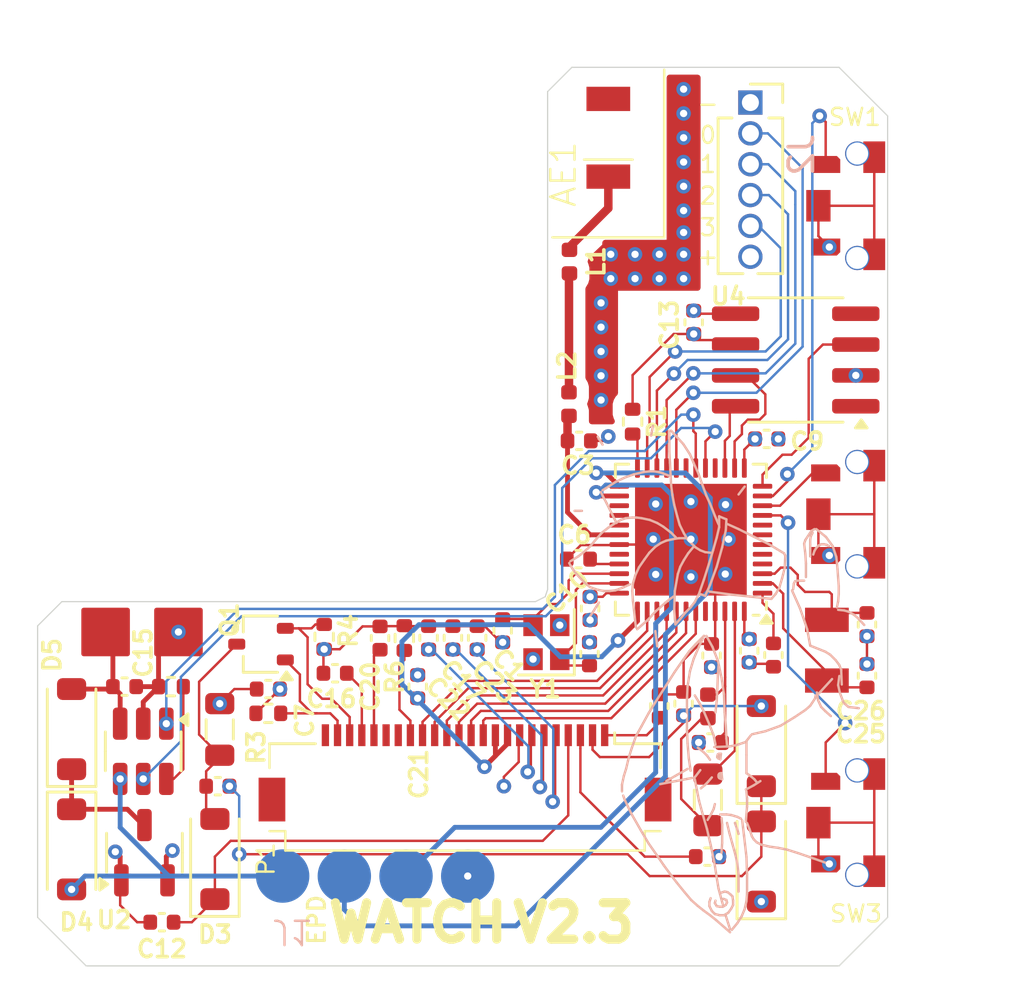
<source format=kicad_pcb>
(kicad_pcb (version 20240108) (generator "pcbnew") (generator_version "8.0")
  (layers (0 "F.Cu" signal) (1 "In1.Cu" signal) (2 "In2.Cu" signal) (31 "B.Cu" signal) (34 "B.Paste" user) (35 "F.Paste" user) (36 "B.SilkS" user "B.Silkscreen") (37 "F.SilkS" user "F.Silkscreen") (38 "B.Mask" user) (39 "F.Mask" user) (44 "Edge.Cuts" user))
  (net 0 "")
  (net 1 "Net-(AE1-A)")
  (net 2 "Net-(BT1-+)")
  (net 3 "Net-(D3-A)")
  (net 4 "GND")
  (net 5 "Net-(D1-K)")
  (net 6 "Net-(U1-DEC4)")
  (net 7 "Net-(U1-DEC1)")
  (net 8 "Net-(P1-VGL)")
  (net 9 "Net-(P1-VGH)")
  (net 10 "PREVGH")
  (net 11 "3.3V")
  (net 12 "EPD_3.3V")
  (net 13 "Net-(P1-VDD)")
  (net 14 "Net-(P1-VPP)")
  (net 15 "Net-(P1-VSH)")
  (net 16 "PREVGL")
  (net 17 "Net-(P1-VSL)")
  (net 18 "Net-(P1-VCOM)")
  (net 19 "Net-(U1-DEC3)")
  (net 20 "SND_1")
  (net 21 "Net-(L1-Pad1)")
  (net 22 "Net-(L3-Pad2)")
  (net 23 "Net-(U1-DCC)")
  (net 24 "MOSI")
  (net 26 "Net-(U1-ANT)")
  (net 27 "Net-(U1-XC1)")
  (net 28 "VBUS")
  (net 29 "Net-(U1-XC2)")
  (net 30 "SND_2")
  (net 31 "SWDIO")
  (net 32 "SND_0")
  (net 33 "SWDCLK")
  (net 34 "RES")
  (net 36 "DC")
  (net 38 "BUSY")
  (net 39 "SCK")
  (net 40 "GDR")
  (net 43 "Net-(P1-BS)")
  (net 44 "CS")
  (net 45 "RESE")
  (net 47 "BTN_UP")
  (net 48 "BTN_MIDDLE")
  (net 49 "BTN_DOWN")
  (net 50 "SCL")
  (net 51 "SDA")
  (net 52 "SQW")
  (net 53 "Net-(U1-P0.00{slash}XL1)")
  (net 54 "Net-(U3-PROG)")
  (net 55 "SND_3")
  (net 63 "Net-(U1-P0.01{slash}XL2)")
  (net 66 "CHRG")
  (net 67 "STDBY")
  (net 69 "Net-(U1-P0.21{slash}~{RESET})")
  (net 70 "Net-(D4-K)")
  (footprint "Package_SO:SOIC-8_3.9x4.9mm_P1.27mm" (layer "F.Cu") (at 162.715 97.05 180)
    (property "Reference" "U4")
    (property "Value" "DS3231MZ")
  )
  (footprint "Capacitor_SMD:C_0402_1005Metric" (layer "F.Cu") (at 160.8 109.02 -90)
    (property "Reference" "C11" (hide yes))
    (property "Value" "100nf")
  )
  (footprint "Diode_SMD:D_SOD-123" (layer "F.Cu") (at 132.9 117.2 -90)
    (property "Reference" "D4")
    (property "Value" "MBR0530")
  )
  (footprint "Package_TO_SOT_SMD:SOT-323_SC-70" (layer "F.Cu") (at 140.7 108.75 180)
    (property "Reference" "Q1")
    (property "Value" "Si1308EDL")
  )
  (footprint "epd_watch:TS-1010A-B" (layer "F.Cu") (at 165.25 103.4)
    (property "Reference" "SW2" (hide yes))
    (property "Value" "BTN_MIDDLE")
  )
  (footprint "Capacitor_SMD:C_0402_1005Metric" (layer "F.Cu") (at 149.6 108.49 90)
    (property "Reference" "C23")
    (property "Value" "4.7uf/25V")
  )
  (footprint "Package_TO_SOT_SMD:SOT-23-6" (layer "F.Cu") (at 135.85 113.1625 -90)
    (property "Reference" "U3" (hide yes))
    (property "Value" "TP4057")
  )
  (footprint "Capacitor_SMD:C_0402_1005Metric" (layer "F.Cu") (at 141 110.6 180)
    (property "Reference" "C7")
    (property "Value" "4.7uf/25V")
  )
  (footprint "Capacitor_SMD:C_0402_1005Metric" (layer "F.Cu") (at 157.1 111.3 90)
    (property "Reference" "C19" (hide yes))
    (property "Value" "1.0uF/50V")
  )
  (footprint "Connector_PinSocket_1.27mm:PinSocket_1x06_P1.27mm_Vertical" (layer "F.Cu") (at 160.85 86.45)
    (property "Reference" "J2")
    (property "Value" "sound_connector")
  )
  (footprint "Inductor_SMD:L_0805_2012Metric" (layer "F.Cu") (at 159.1 115.1625 90)
    (property "Reference" "L4" (hide yes))
    (property "Value" "10uH")
  )
  (footprint "Package_TO_SOT_SMD:SOT-23-3" (layer "F.Cu") (at 135.9 117.3375 90)
    (property "Reference" "U2")
    (property "Value" "XC6206PxxxMR")
  )
  (footprint "Diode_SMD:D_SOD-123" (layer "F.Cu") (at 161.3 112.95 90)
    (property "Reference" "D1" (hide yes))
    (property "Value" "MBR0530")
  )
  (footprint "Inductor_SMD:L_0805_2012Metric" (layer "F.Cu") (at 139 112.2625 -90)
    (property "Reference" "L5" (hide yes))
    (property "Value" "10uH 1A")
  )
  (footprint "Capacitor_SMD:C_0402_1005Metric" (layer "F.Cu") (at 161.8 109.2 -90)
    (property "Reference" "C5" (hide yes))
    (property "Value" "100nf")
  )
  (footprint "Resistor_SMD:R_0402_1005Metric" (layer "F.Cu") (at 143.3 108.45 -90)
    (property "Reference" "R4")
    (property "Value" "0.47Ω")
  )
  (footprint "epd_watch:batt_con" (layer "F.Cu") (at 135.8 108.25 180)
    (property "Reference" "BT1" (hide yes))
    (property "Value" "3.7v")
  )
  (footprint "Capacitor_SMD:C_0402_1005Metric" (layer "F.Cu") (at 135.08 110.5 180)
    (property "Reference" "C15")
    (property "Value" "1.0uF")
  )
  (footprint "Capacitor_SMD:C_0402_1005Metric" (layer "F.Cu") (at 136.62 120.2)
    (property "Reference" "C12")
    (property "Value" "4.7uf/25V")
  )
  (footprint "epd_watch:TS-1010A-B" (layer "F.Cu") (at 165.25 90.7)
    (property "Reference" "SW1")
    (property "Value" "BTN_UP")
  )
  (footprint "Capacitor_SMD:C_0402_1005Metric" (layer "F.Cu") (at 150.65 108.195 90)
    (property "Reference" "C1")
    (property "Value" "12pf")
  )
  (footprint "epd_watch:KH-3216-A35" (layer "F.Cu") (at 154.95 87.9 90)
    (property "Reference" "AE1")
    (property "Value" "KH-3216-A35")
  )
  (footprint "Capacitor_SMD:C_0402_1005Metric" (layer "F.Cu") (at 138.92 114.6 180)
    (property "Reference" "C8" (hide yes))
    (property "Value" "4.7uf/25V")
  )
  (footprint "Capacitor_SMD:C_0402_1005Metric" (layer "F.Cu") (at 159.2 112.8)
    (property "Reference" "C4" (hide yes))
    (property "Value" "1.0uF")
  )
  (footprint "Capacitor_SMD:C_0402_1005Metric" (layer "F.Cu") (at 153.8 100.38 180)
    (property "Reference" "C3")
    (property "Value" "0.8pf")
  )
  (footprint "Inductor_SMD:L_0402_1005Metric" (layer "F.Cu") (at 153.38 98.865 90)
    (property "Reference" "L2")
    (property "Value" "3.9nH")
  )
  (footprint "Capacitor_SMD:C_0402_1005Metric" (layer "F.Cu") (at 145.6 108.5 90)
    (property "Reference" "C20")
    (property "Value" "4.7uf/25V")
  )
  (footprint "Capacitor_SMD:C_0402_1005Metric" (layer "F.Cu") (at 154.25 107.28 -90)
    (property "Reference" "C10")
    (property "Value" "100nf")
  )
  (footprint "Capacitor_SMD:C_0402_1005Metric" (layer "F.Cu") (at 165.65 107.945 90)
    (property "Reference" "C26")
    (property "Value" "12pf")
  )
  (footprint "Capacitor_SMD:C_0402_1005Metric" (layer "F.Cu") (at 147.15 110.5 90)
    (property "Reference" "C21")
    (property "Value" "1.0uF/50V")
  )
  (footprint "Capacitor_SMD:C_0402_1005Metric" (layer "F.Cu") (at 158.1 111.2 90)
    (property "Reference" "C24" (hide yes))
    (property "Value" "4.7uf/25V")
  )
  (footprint "Capacitor_SMD:C_0402_1005Metric" (layer "F.Cu") (at 147.6 108.49 90)
    (property "Reference" "C22")
    (property "Value" "1.0uF/50V")
  )
  (footprint "Capacitor_SMD:C_0402_1005Metric" (layer "F.Cu") (at 153.77 105.25 180)
    (property "Reference" "C6")
    (property "Value" "100pf")
  )
  (footprint "Resistor_SMD:R_0402_1005Metric" (layer "F.Cu") (at 141 111.6 180)
    (property "Reference" "R3")
    (property "Value" "10K")
  )
  (footprint "Capacitor_SMD:C_0402_1005Metric" (layer "F.Cu") (at 159.08 117.5)
    (property "Reference" "C18" (hide yes))
    (property "Value" "4.7uf/25V")
  )
  (footprint "Diode_SMD:D_SOD-123" (layer "F.Cu") (at 138.8 117.6 90)
    (property "Reference" "D3")
    (property "Value" "MBR0530")
  )
  (footprint "epd_watch:TS-1010A-B" (layer "F.Cu") (at 165.25 116.1)
    (property "Reference" "SW3")
    (property "Value" "BTN_DOWN")
  )
  (footprint "Capacitor_SMD:C_0402_1005Metric" (layer "F.Cu") (at 161.52 100.3)
    (property "Reference" "C9")
    (property "Value" "100nf")
  )
  (footprint "Diode_SMD:D_SOD-123" (layer "F.Cu") (at 161.3 117.7 90)
    (property "Reference" "D2" (hide yes))
    (property "Value" "MBR0530")
  )
  (footprint "Capacitor_SMD:C_0402_1005Metric" (layer "F.Cu") (at 165.65 110.05 -90)
    (property "Reference" "C25")
    (property "Value" "12pf")
  )
  (footprint "Capacitor_SMD:C_0402_1005Metric" (layer "F.Cu") (at 159.25 109.22 90)
    (property "Reference" "C14" (hide yes))
    (property "Value" "4.7uF")
  )
  (footprint "Diode_SMD:D_SOD-123" (layer "F.Cu") (at 132.9 112.25 90)
    (property "Reference" "D5")
    (property "Value" "MBR0530")
  )
  (footprint "Inductor_SMD:L_0402_1005Metric" (layer "F.Cu") (at 153.4 93 90)
    (property "Reference" "L1")
    (property "Value" "1.8nH")
  )
  (footprint "Capacitor_SMD:C_0402_1005Metric" (layer "F.Cu") (at 148.6 108.49 90)
    (property "Reference" "C17")
    (property "Value" "1.0uF/50V")
  )
  (footprint "Resistor_SMD:R_0402_1005Metric" (layer "F.Cu") (at 156 99.59 -90)
    (property "Reference" "R1")
    (property "Value" "10K")
  )
  (footprint "Crystal:Crystal_SMD_2016-4Pin_2.0x1.6mm" (layer "F.Cu") (at 152.45 108.67 90)
    (property "Reference" "Y1")
    (property "Value" "32Mhz")
  )
  (footprint "Package_DFN_QFN:QFN-48-1EP_6x6mm_P0.4mm_EP4.6x4.6mm" (layer "F.Cu") (at 158.4 104.45 180)
    (property "Reference" "U1" (hide yes))
    (property "Value" "nRF52832-QFxx")
  )
  (footprint "Inductor_SMD:L_0402_1005Metric" (layer "F.Cu") (at 159.1 111.315 -90)
    (property "Reference" "L3" (hide yes))
    (property "Value" "15nH")
  )
  (footprint "epd_watch:FPC-05F-24PH15" (layer "F.Cu") (at 149.1 115.2)
    (property "Reference" "P1")
    (property "Value" "FPC")
  )
  (footprint "Capacitor_SMD:C_0402_1005Metric" (layer "F.Cu") (at 143.75 109.95 180)
    (property "Reference" "C16")
    (property "Value" "4.7uf/25V")
  )
  (footprint "Resistor_SMD:R_0402_1005Metric" (layer "F.Cu") (at 136.99 110.5 180)
    (property "Reference" "R5" (hide yes))
    (property "Value" "10K")
  )
  (footprint "Capacitor_SMD:C_0402_1005Metric" (layer "F.Cu") (at 154.225 109.15 -90)
    (property "Reference" "C2" (hide yes))
    (property "Value" "12pf")
  )
  (footprint "Resistor_SMD:R_0402_1005Metric" (layer "F.Cu") (at 146.6 108.5 90)
    (property "Reference" "R6")
    (property "Value" "3Ω")
  )
  (footprint "epd_watch:SMD3215" (layer "F.Cu") (at 164 109 90)
    (property "Reference" "Y2" (hide yes))
    (property "Value" "32.768khz")
  )
  (footprint "Capacitor_SMD:C_0402_1005Metric" (layer "F.Cu") (at 158.515 95.5 90)
    (property "Reference" "C13")
    (property "Value" "1.0uF")
  )
  (footprint "epd_watch:pogo_conn" (layer "B.Cu") (at 145.4 118.3)
    (property "Reference" "J1")
    (property "Value" "SWD_interface")
  )
  (gr_line (start 159.3875 103.4625) (end 159.5375 103.8125) (stroke (width 0.1)) (layer "B.SilkS"))
  (gr_line (start 156.6125 107.7625) (end 156.9625 107.3875) (stroke (width 0.1)) (layer "B.SilkS"))
  (gr_line (start 160.0125 120.6125) (end 159.4375 120.1125) (stroke (width 0.1)) (layer "B.SilkS"))
  (gr_line (start 153.9875 104.9625) (end 154.2625 104.7125) (stroke (width 0.1)) (layer "B.SilkS"))
  (gr_line (start 158.8625 102.1625) (end 159.0375 102.6375) (stroke (width 0.1)) (layer "B.SilkS"))
  (gr_line (start 164.4625 107.3375) (end 164.7125 107.3625) (stroke (width 0.1)) (layer "B.SilkS"))
  (gr_line (start 160.5125 116.0125) (end 160.5875 116.6375) (stroke (width 0.1)) (layer "B.SilkS"))
  (gr_line (start 159.5125 113.2875) (end 159.5625 113.2625) (stroke (width 0.1)) (layer "B.SilkS"))
  (gr_line (start 159.5625 113.2625) (end 159.6375 113.2625) (stroke (width 0.1)) (layer "B.SilkS"))
  (gr_line (start 163.7625 111.3375) (end 163.9375 111.5125) (stroke (width 0.1)) (layer "B.SilkS"))
  (gr_line (start 160.2125 116.1125) (end 160.3125 116.3875) (stroke (width 0.1)) (layer "B.SilkS"))
  (gr_line (start 158.7875 111.2375) (end 158.5625 110.8625) (stroke (width 0.1)) (layer "B.SilkS"))
  (gr_line (start 158.5625 114.3125) (end 158.6625 114.8375) (stroke (width 0.1)) (layer "B.SilkS"))
  (gr_line (start 155.2875 106.5375) (end 155.0625 106.5625) (stroke (width 0.1)) (layer "B.SilkS"))
  (gr_line (start 159.0625 113.3375) (end 158.9125 113.1875) (stroke (width 0.1)) (layer "B.SilkS"))
  (gr_line (start 158.7125 106.7125) (end 158.5625 107.0125) (stroke (width 0.1)) (layer "B.SilkS"))
  (gr_line (start 160.3125 115.8625) (end 160.4625 115.9375) (stroke (width 0.1)) (layer "B.SilkS"))
  (gr_line (start 158.7375 115.2125) (end 158.8875 115.7625) (stroke (width 0.1)) (layer "B.SilkS"))
  (gr_line (start 160.7125 115.1125) (end 160.7125 115.4375) (stroke (width 0.1)) (layer "B.SilkS"))
  (gr_line (start 157.5875 104.1625) (end 157.7875 104.3625) (stroke (width 0.1)) (layer "B.SilkS"))
  (gr_line (start 160.5875 116.6375) (end 160.6875 117.5125) (stroke (width 0.1)) (layer "B.SilkS"))
  (gr_line (start 156.1125 107.8625) (end 156.1375 108.0625) (stroke (width 0.1)) (layer "B.SilkS"))
  (gr_line (start 154.5125 104.4125) (end 154.7375 104.1625) (stroke (width 0.1)) (layer "B.SilkS"))
  (gr_line (start 156.3375 116.4125) (end 155.9375 115.7125) (stroke (width 0.1)) (layer "B.SilkS"))
  (gr_line (start 158.3375 109.0375) (end 158.5875 108.7625) (stroke (width 0.1)) (layer "B.SilkS"))
  (gr_line (start 164.1375 109.1875) (end 163.9375 109.0625) (stroke (width 0.1)) (layer "B.SilkS"))
  (gr_line (start 163.3125 105.1375) (end 163.3125 104.8875) (stroke (width 0.1)) (layer "B.SilkS"))
  (gr_line (start 160.0625 119.6375) (end 160.1375 119.4875) (stroke (width 0.1)) (layer "B.SilkS"))
  (gr_line (start 164.5375 110.7625) (end 164.4625 110.4375) (stroke (width 0.1)) (layer "B.SilkS"))
  (gr_line (start 153.6125 103.2625) (end 153.9125 103.2625) (stroke (width 0.1)) (layer "B.SilkS"))
  (gr_line (start 159.6125 114.0625) (end 159.5625 114.0875) (stroke (width 0.1)) (layer "B.SilkS"))
  (gr_line (start 157.1375 114.5125) (end 158.4375 114.2625) (stroke (width 0.1)) (layer "B.SilkS"))
  (gr_line (start 154.0125 106.2125) (end 153.6875 105.8625) (stroke (width 0.1)) (layer "B.SilkS"))
  (gr_line (start 161.7125 106.8875) (end 160.8125 106.7875) (stroke (width 0.1)) (layer "B.SilkS"))
  (gr_line (start 162.3625 117.2125) (end 162.8375 117.3625) (stroke (width 0.1)) (layer "B.SilkS"))
  (gr_line (start 157.7375 104.4125) (end 157.3875 104.4875) (stroke (width 0.1)) (layer "B.SilkS"))
  (gr_line (start 157.5875 99.9625) (end 158.0875 100.5125) (stroke (width 0.1)) (layer "B.SilkS"))
  (gr_line (start 159.6125 114.0875) (end 159.6125 114.2375) (stroke (width 0.1)) (layer "B.SilkS"))
  (gr_line (start 162.6625 111.7625) (end 163.1125 111.4625) (stroke (width 0.1)) (layer "B.SilkS"))
  (gr_line (start 159.5625 114.0875) (end 159.5375 114.1375) (stroke (width 0.1)) (layer "B.SilkS"))
  (gr_line (start 155.9875 103.5375) (end 156.1625 103.5375) (stroke (width 0.1)) (layer "B.SilkS"))
  (gr_line (start 159.4125 111.5625) (end 159.4625 111.0875) (stroke (width 0.1)) (layer "B.SilkS"))
  (gr_line (start 163.5625 104.0125) (end 163.9625 104.3375) (stroke (width 0.1)) (layer "B.SilkS"))
  (gr_line (start 159.8375 112.1375) (end 159.8625 112.6375) (stroke (width 0.1)) (layer "B.SilkS"))
  (gr_line (start 155.6375 114.1875) (end 155.7375 113.8625) (stroke (width 0.1)) (layer "B.SilkS"))
  (gr_line (start 163.3125 111.2875) (end 163.5125 110.9875) (stroke (width 0.1)) (layer "B.SilkS"))
  (gr_line (start 163.5875 110.7375) (end 163.6375 111.0625) (stroke (width 0.1)) (layer "B.SilkS"))
  (gr_line (start 160.0875 106.7125) (end 159.1625 106.5875) (stroke (width 0.1)) (layer "B.SilkS"))
  (gr_line (start 157.1625 104.5875) (end 156.9375 104.7375) (stroke (width 0.1)) (layer "B.SilkS"))
  (gr_line (start 159.1375 105.4625) (end 158.9375 106.0875) (stroke (width 0.1)) (layer "B.SilkS"))
  (gr_line (start 157.7125 107.3125) (end 157.7375 106.5625) (stroke (width 0.1)) (layer "B.SilkS"))
  (gr_line (start 156.1875 108.1375) (end 156.6125 107.7625) (stroke (width 0.1)) (layer "B.SilkS"))
  (gr_line (start 164.3625 109.4125) (end 164.1375 109.1875) (stroke (width 0.1)) (layer "B.SilkS"))
  (gr_line (start 157.3625 107.0375) (end 157.5125 106.9125) (stroke (width 0.1)) (layer "B.SilkS"))
  (gr_line (start 159.6125 114.2875) (end 159.6875 114.3125) (stroke (width 0.1)) (layer "B.SilkS"))
  (gr_line (start 158.8875 115.7625) (end 159.0625 116.3625) (stroke (width 0.1)) (layer "B.SilkS"))
  (gr_line (start 161.9875 117.1375) (end 162.3625 117.2125) (stroke (width 0.1)) (layer "B.SilkS"))
  (gr_line (start 155.9625 113.0375) (end 156.1375 112.5375) (stroke (width 0.1)) (layer "B.SilkS"))
  (gr_line (start 154.1375 107.7875) (end 154.6125 107.0375) (stroke (width 0.1)) (layer "B.SilkS"))
  (gr_line (start 157.5125 100.8125) (end 157.5125 100.3625) (stroke (width 0.1)) (layer "B.SilkS"))
  (gr_line (start 159.4625 118.3625) (end 159.5375 118.8125) (stroke (width 0.1)) (layer "B.SilkS"))
  (gr_line (start 159.9375 119.8125) (end 160.0625 119.6375) (stroke (width 0.1)) (layer "B.SilkS"))
  (gr_line (start 159.3625 112.9875) (end 159.9875 112.9625) (stroke (width 0.1)) (layer "B.SilkS"))
  (gr_line (start 156.6625 116.9625) (end 156.3375 116.4125) (stroke (width 0.1)) (layer "B.SilkS"))
  (gr_line (start 160.8125 106.7875) (end 160.0875 106.7125) (stroke (width 0.1)) (layer "B.SilkS"))
  (gr_line (start 155.7375 113.8625) (end 155.8375 113.4375) (stroke (width 0.1)) (layer "B.SilkS"))
  (gr_line (start 157.4875 101.8125) (end 157.2375 101.7125) (stroke (width 0.1)) (layer "B.SilkS"))
  (gr_line (start 155.3125 102.0625) (end 154.8875 102.3375) (stroke (width 0.1)) (layer "B.SilkS"))
  (gr_line (start 157.5625 101.7375) (end 157.5375 101.2875) (stroke (width 0.1)) (layer "B.SilkS"))
  (gr_line (start 156.8875 101.6375) (end 156.6875 101.6375) (stroke (width 0.1)) (layer "B.SilkS"))
  (gr_line (start 157.2625 103.9125) (end 157.5875 104.1625) (stroke (width 0.1)) (layer "B.SilkS"))
  (gr_line (start 162.2875 105.1125) (end 162.2625 105.6125) (stroke (width 0.1)) (layer "B.SilkS"))
  (gr_line (start 163.9375 111.5125) (end 164.1625 111.7125) (stroke (width 0.1)) (layer "B.SilkS"))
  (gr_line (start 158.5125 101.2875) (end 158.7125 101.7375) (stroke (width 0.1)) (layer "B.SilkS"))
  (gr_line (start 159.3875 115.3375) (end 159.3375 115.5375) (stroke (width 0.1)) (layer "B.SilkS"))
  (gr_line (start 160.3625 118.2375) (end 160.3625 118.9375) (stroke (width 0.1)) (layer "B.SilkS"))
  (gr_line (start 157.7125 103.0125) (end 157.6375 102.6125) (stroke (width 0.1)) (layer "B.SilkS"))
  (gr_line (start 159.7625 110.8125) (end 159.7875 111.5625) (stroke (width 0.1)) (layer "B.SilkS"))
  (gr_line (start 160.6875 112.7375) (end 160.6875 113.3125) (stroke (width 0.1)) (layer "B.SilkS"))
  (gr_line (start 155.8375 113.4375) (end 155.9625 113.0375) (stroke (width 0.1)) (layer "B.SilkS"))
  (gr_line (start 161.6375 117.0875) (end 161.9875 117.1375) (stroke (width 0.1)) (layer "B.SilkS"))
  (gr_line (start 159.5625 103.9375) (end 159.4625 104.3625) (stroke (width 0.1)) (layer "B.SilkS"))
  (gr_line (start 157.5375 101.2875) (end 157.5125 100.8125) (stroke (width 0.1)) (layer "B.SilkS"))
  (gr_line (start 158.9375 111.5375) (end 158.7875 111.2375) (stroke (width 0.1)) (layer "B.SilkS"))
  (gr_line (start 159.9875 112.9625) (end 160.2625 112.9125) (stroke (width 0.1)) (layer "B.SilkS"))
  (gr_line (start 159.4375 120.1125) (end 159.1875 119.9125) (stroke (width 0.1)) (layer "B.SilkS"))
  (gr_line (start 163.3125 108.8125) (end 163.1875 108.1375) (stroke (width 0.1)) (layer "B.SilkS"))
  (gr_line (start 158.7375 108.8375) (end 158.5125 109.3625) (stroke (width 0.1)) (layer "B.SilkS"))
  (gr_line (start 157.9375 103.8375) (end 157.8375 103.4875) (stroke (width 0.1)) (layer "B.SilkS"))
  (gr_line (start 156.9375 108.2125) (end 157.0125 108.8375) (stroke (width 0.1)) (layer "B.SilkS"))
  (gr_line (start 164.7125 107.3625) (end 164.8875 107.4125) (stroke (width 0.1)) (layer "B.SilkS"))
  (gr_line (start 159.2625 119.7375) (end 159.3875 119.8625) (stroke (width 0.1)) (layer "B.SilkS"))
  (gr_line (start 163.0625 104.6125) (end 163.1125 104.4625) (stroke (width 0.1)) (layer "B.SilkS"))
  (gr_line (start 159.1625 119.5375) (end 159.2625 119.7375) (stroke (width 0.1)) (layer "B.SilkS"))
  (gr_line (start 159.1625 119.3625) (end 159.1625 119.5375) (stroke (width 0.1)) (layer "B.SilkS"))
  (gr_line (start 159.4625 111.0875) (end 159.4875 110.6125) (stroke (width 0.1)) (layer "B.SilkS"))
  (gr_line (start 158.3625 109.8625) (end 158.2625 110.4875) (stroke (width 0.1)) (layer "B.SilkS"))
  (gr_line (start 156.4625 101.6625) (end 156.0375 101.7625) (stroke (width 0.1)) (layer "B.SilkS"))
  (gr_line (start 159.6875 114.3125) (end 159.6625 114.0625) (stroke (width 0.1)) (layer "B.SilkS"))
  (gr_line (start 161.6125 104.6375) (end 161.0125 104.3375) (stroke (width 0.1)) (layer "B.SilkS"))
  (gr_line (start 154.8875 102.3375) (end 154.7625 102.4125) (stroke (width 0.1)) (layer "B.SilkS"))
  (gr_line (start 159.6375 113.2625) (end 159.6125 113.4875) (stroke (width 0.1)) (layer "B.SilkS"))
  (gr_line (start 162.2625 105.6125) (end 162.1625 106.0125) (stroke (width 0.1)) (layer "B.SilkS"))
  (gr_line (start 159.8625 103.6125) (end 159.8375 104.0625) (stroke (width 0.1)) (layer "B.SilkS"))
  (gr_line (start 159.5375 113.4625) (end 159.4875 113.4125) (stroke (width 0.1)) (layer "B.SilkS"))
  (gr_line (start 156.9375 104.7375) (end 156.6875 104.9875) (stroke (width 0.1)) (layer "B.SilkS"))
  (gr_line (start 156.0625 107.3875) (end 156.1125 107.8625) (stroke (width 0.1)) (layer "B.SilkS"))
  (gr_line (start 159.3125 104.8875) (end 159.1375 105.4625) (stroke (width 0.1)) (layer "B.SilkS"))
  (gr_line (start 157.8375 103.4875) (end 157.7125 103.0125) (stroke (width 0.1)) (layer "B.SilkS"))
  (gr_line (start 159.2125 117.0125) (end 159.3625 117.7125) (stroke (width 0.1)) (layer "B.SilkS"))
  (gr_line (start 163.8875 104.6375) (end 163.9875 104.6625) (stroke (width 0.1)) (layer "B.SilkS"))
  (gr_line (start 163.1125 105.0375) (end 163.0625 104.6125) (stroke (width 0.1)) (layer "B.SilkS"))
  (gr_line (start 161.1125 116.9125) (end 161.3125 117.0125) (stroke (width 0.1)) (layer "B.SilkS"))
  (gr_line (start 159.5375 114.2125) (end 159.5625 114.2625) (stroke (width 0.1)) (layer "B.SilkS"))
  (gr_line (start 156.3625 103.5625) (end 156.7125 103.6375) (stroke (width 0.1)) (layer "B.SilkS"))
  (gr_line (start 158.9875 106.7625) (end 158.7875 106.6875) (stroke (width 0.1)) (layer "B.SilkS"))
  (gr_line (start 159.6875 116.1875) (end 159.6875 116.5375) (stroke (width 0.1)) (layer "B.SilkS"))
  (gr_line (start 158.3625 100.9375) (end 158.5125 101.2875) (stroke (width 0.1)) (layer "B.SilkS"))
  (gr_line (start 156.1375 112.5375) (end 156.3625 112.1375) (stroke (width 0.1)) (layer "B.SilkS"))
  (gr_line (start 159.8625 115.7625) (end 160.0625 115.7875) (stroke (width 0.1)) (layer "B.SilkS"))
  (gr_line (start 163.5125 110.9875) (end 163.5375 110.8625) (stroke (width 0.1)) (layer "B.SilkS"))
  (gr_line (start 163.5625 104.7875) (end 163.6625 104.6875) (stroke (width 0.1)) (layer "B.SilkS"))
  (gr_line (start 159.5375 118.8125) (end 159.7125 119.4625) (stroke (width 0.1)) (layer "B.SilkS"))
  (gr_line (start 155.9875 106.5625) (end 156.0125 106.9625) (stroke (width 0.1)) (layer "B.SilkS"))
  (gr_line (start 160.0625 115.7875) (end 160.3125 115.8625) (stroke (width 0.1)) (layer "B.SilkS"))
  (gr_line (start 156.4875 105.2625) (end 156.2625 105.5875) (stroke (width 0.1)) (layer "B.SilkS"))
  (gr_line (start 157.5875 102.2125) (end 157.5625 101.7375) (stroke (width 0.1)) (layer "B.SilkS"))
  (gr_line (start 159.6875 116.9375) (end 159.6625 117.3125) (stroke (width 0.1)) (layer "B.SilkS"))
  (gr_line (start 162.8375 117.3625) (end 163.4875 117.5875) (stroke (width 0.1)) (layer "B.SilkS"))
  (gr_line (start 159.5625 103.4875) (end 159.5625 103.9375) (stroke (width 0.1)) (layer "B.SilkS"))
  (gr_line (start 161.3125 117.0125) (end 161.6375 117.0875) (stroke (width 0.1)) (layer "B.SilkS"))
  (gr_line (start 157.6375 102.6125) (end 157.5875 102.2125) (stroke (width 0.1)) (layer "B.SilkS"))
  (gr_line (start 163.1875 108.1375) (end 163.0375 107.6875) (stroke (width 0.1)) (layer "B.SilkS"))
  (gr_line (start 159.5625 113.4375) (end 159.5625 113.3125) (stroke (width 0.1)) (layer "B.SilkS"))
  (gr_line (start 164.4375 105.6625) (end 164.4875 106.3625) (stroke (width 0.1)) (layer "B.SilkS"))
  (gr_line (start 165.1125 107.5375) (end 165.2875 107.6875) (stroke (width 0.1)) (layer "B.SilkS"))
  (gr_line (start 159.5125 110.0125) (end 159.5375 109.6375) (stroke (width 0.1)) (layer "B.SilkS"))
  (gr_line (start 157.5125 100.3625) (end 157.5125 99.9625) (stroke (width 0.1)) (layer "B.SilkS"))
  (gr_line (start 157.7625 107.9375) (end 157.7125 107.3125) (stroke (width 0.1)) (layer "B.SilkS"))
  (gr_line (start 163.1125 104.4625) (end 163.3625 104.0875) (stroke (width 0.1)) (layer "B.SilkS"))
  (gr_line (start 160.6875 117.5125) (end 160.7125 118.2375) (stroke (width 0.1)) (layer "B.SilkS"))
  (gr_line (start 159.5625 114.2625) (end 159.6125 114.2875) (stroke (width 0.1)) (layer "B.SilkS"))
  (gr_line (start 159.2125 104.9875) (end 158.9875 104.9625) (stroke (width 0.1)) (layer "B.SilkS"))
  (gr_line (start 159.7875 118.9375) (end 159.6375 118.9875) (stroke (width 0.1)) (layer "B.SilkS"))
  (gr_line (start 160.8625 114.1875) (end 161.0125 114.3125) (stroke (width 0.1)) (layer "B.SilkS"))
  (gr_line (start 158.1875 104.3875) (end 157.9125 104.3875) (stroke (width 0.1)) (layer "B.SilkS"))
  (gr_line (start 161.0125 104.3375) (end 160.3625 104.0125) (stroke (width 0.1)) (layer "B.SilkS"))
  (gr_line (start 157.9125 104.3875) (end 157.7375 104.4125) (stroke (width 0.1)) (layer "B.SilkS"))
  (gr_line (start 163.3125 104.6375) (end 163.3125 104.4625) (stroke (width 0.1)) (layer "B.SilkS"))
  (gr_line (start 164.5875 109.8125) (end 164.5125 109.6125) (stroke (width 0.1)) (layer "B.SilkS"))
  (gr_line (start 159.6625 117.3125) (end 159.6125 117.6125) (stroke (width 0.1)) (layer "B.SilkS"))
  (gr_line (start 159.8875 116.1125) (end 159.9875 116.5375) (stroke (width 0.1)) (layer "B.SilkS"))
  (gr_line (start 161.4625 112.3375) (end 162.0875 112.1125) (stroke (width 0.1)) (layer "B.SilkS"))
  (gr_line (start 159.8625 112.6375) (end 159.8875 112.9125) (stroke (width 0.1)) (layer "B.SilkS"))
  (gr_line (start 158.5875 104.7625) (end 158.4375 104.6125) (stroke (width 0.1)) (layer "B.SilkS"))
  (gr_line (start 164.5125 109.6125) (end 164.3625 109.4125) (stroke (width 0.1)) (layer "B.SilkS"))
  (gr_line (start 159.4875 113.4125) (end 159.4875 113.3625) (stroke (width 0.1)) (layer "B.SilkS"))
  (gr_line (start 158.1125 104.1875) (end 157.9375 103.8375) (stroke (width 0.1)) (layer "B.SilkS"))
  (gr_line (start 158.7875 104.8875) (end 158.5875 104.7625) (stroke (width 0.1)) (layer "B.SilkS"))
  (gr_line (start 157.2375 101.7125) (end 157.0625 101.6625) (stroke (width 0.1)) (layer "B.SilkS"))
  (gr_line (start 163.7625 104.6375) (end 163.8875 104.6375) (stroke (width 0.1)) (layer "B.SilkS"))
  (gr_line (start 158.9125 113.1875) (end 158.6875 113.0125) (stroke (width 0.1)) (layer "B.SilkS"))
  (gr_line (start 162.6125 106.4875) (end 162.6375 106.2625) (stroke (width 0.1)) (layer "B.SilkS"))
  (gr_line (start 163.9375 109.0625) (end 163.3125 108.8125) (stroke (width 0.1)) (layer "B.SilkS"))
  (gr_line (start 156.9625 107.3875) (end 157.1875 107.1875) (stroke (width 0.1)) (layer "B.SilkS"))
  (gr_line (start 156.6875 101.6375) (end 156.4625 101.6625) (stroke (width 0.1)) (layer "B.SilkS"))
  (gr_line (start 159.6125 113.4875) (end 159.5375 113.4625) (stroke (width 0.1)) (layer "B.SilkS"))
  (gr_line (start 160.7125 116.1125) (end 160.8125 116.3625) (stroke (width 0.1)) (layer "B.SilkS"))
  (gr_line (start 160.9125 112.4625) (end 161.4625 112.3375) (stroke (width 0.1)) (layer "B.SilkS"))
  (gr_line (start 164.4875 106.3625) (end 164.4875 106.6875) (stroke (width 0.1)) (layer "B.SilkS"))
  (gr_line (start 160.9125 116.6625) (end 160.9875 116.7875) (stroke (width 0.1)) (layer "B.SilkS"))
  (gr_line (start 158.2375 112.2625) (end 158.2625 112.8375) (stroke (width 0.1)) (layer "B.SilkS"))
  (gr_line (start 159.5875 119.5625) (end 159.7125 119.5625) (stroke (width 0.1)) (layer "B.SilkS"))
  (gr_line (start 157.9625 107.7125) (end 157.7625 107.9375) (stroke (width 0.1)) (layer "B.SilkS"))
  (gr_line (start 164.4625 110.4375) (end 164.5125 110.0625) (stroke (width 0.1)) (layer "B.SilkS"))
  (gr_line (start 162.0875 112.1125) (end 162.6625 111.7625) (stroke (width 0.1)) (layer "B.SilkS"))
  (gr_line (start 160.3625 104.0125) (end 159.8625 103.7875) (stroke (width 0.1)) (layer "B.SilkS"))
  (gr_line (start 159.4875 110.6125) (end 159.5125 110.0125) (stroke (width 0.1)) (layer "B.SilkS"))
  (gr_line (start 159.7125 119.5625) (end 159.8375 119.4875) (stroke (width 0.1)) (layer "B.SilkS"))
  (gr_line (start 163.9875 104.6625) (end 164.0875 104.7125) (stroke (width 0.1)) (layer "B.SilkS"))
  (gr_line (start 158.9375 108.4125) (end 158.7375 108.8375) (stroke (width 0.1)) (layer "B.SilkS"))
  (gr_line (start 158.5875 108.7625) (end 158.9375 108.4125) (stroke (width 0.1)) (layer "B.SilkS"))
  (gr_line (start 164.8875 107.4125) (end 165.1125 107.5375) (stroke (width 0.1)) (layer "B.SilkS"))
  (gr_line (start 154.7375 104.1625) (end 154.9875 103.9625) (stroke (width 0.1)) (layer "B.SilkS"))
  (gr_line (start 154.5625 106.5125) (end 154.2625 106.4125) (stroke (width 0.1)) (layer "B.SilkS"))
  (gr_line (start 156.1625 103.5375) (end 156.3625 103.5625) (stroke (width 0.1)) (layer "B.SilkS"))
  (gr_line (start 155.5625 114.5375) (end 155.6375 114.1875) (stroke (width 0.1)) (layer "B.SilkS"))
  (gr_line (start 154.8125 106.5625) (end 154.5625 106.5125) (stroke (width 0.1)) (layer "B.SilkS"))
  (gr_line (start 164.6875 111.1625) (end 164.5375 110.7625) (stroke (width 0.1)) (layer "B.SilkS"))
  (gr_line (start 156.7125 103.6375) (end 157.0125 103.7625) (stroke (width 0.1)) (layer "B.SilkS"))
  (gr_line (start 160.1375 119.4875) (end 160.1375 119.3125) (stroke (width 0.1)) (layer "B.SilkS"))
  (gr_line (start 159.1875 106.3125) (end 159.1125 106.4875) (stroke (width 0.1)) (layer "B.SilkS"))
  (gr_line (start 159.3875 119.4125) (end 159.4625 119.5375) (stroke (width 0.1)) (layer "B.SilkS"))
  (gr_line (start 160.6875 119.3375) (end 160.6125 119.6625) (stroke (width 0.1)) (layer "B.SilkS"))
  (gr_line (start 153.7625 105.1375) (end 153.9875 104.9625) (stroke (width 0.1)) (layer "B.SilkS"))
  (gr_line (start 162.1625 106.0125) (end 162.0375 106.4375) (stroke (width 0.1)) (layer "B.SilkS"))
  (gr_line (start 158.5625 107.0125) (end 158.3875 107.2375) (stroke (width 0.1)) (layer "B.SilkS"))
  (gr_line (start 160.3125 117.7875) (end 160.3625 118.2375) (stroke (width 0.1)) (layer "B.SilkS"))
  (gr_line (start 163.4875 104.9125) (end 163.5625 104.7875) (stroke (width 0.1)) (layer "B.SilkS"))
  (gr_line (start 158.9125 119.7125) (end 158.6625 119.5125) (stroke (width 0.1)) (layer "B.SilkS"))
  (gr_line (start 157.9625 105.5625) (end 158.1125 105.2875) (stroke (width 0.1)) (layer "B.SilkS"))
  (gr_line (start 157.7375 109.8875) (end 158.0875 109.3875) (stroke (width 0.1)) (layer "B.SilkS"))
  (gr_line (start 156.0125 106.2625) (end 155.9875 106.5625) (stroke (width 0.1)) (layer "B.SilkS"))
  (gr_line (start 155.5625 114.8125) (end 155.5625 114.5375) (stroke (width 0.1)) (layer "B.SilkS"))
  (gr_line (start 159.0375 108.4125) (end 159.2875 108.8625) (stroke (width 0.1)) (layer "B.SilkS"))
  (gr_line (start 160.1125 119.1375) (end 160.0375 119.0625) (stroke (width 0.1)) (layer "B.SilkS"))
  (gr_line (start 159.3625 117.7125) (end 159.4625 118.3625) (stroke (width 0.1)) (layer "B.SilkS"))
  (gr_line (start 163.3125 104.8875) (end 163.3125 104.6375) (stroke (width 0.1)) (layer "B.SilkS"))
  (gr_line (start 156.6625 111.5875) (end 156.9875 111.0625) (stroke (width 0.1)) (layer "B.SilkS"))
  (gr_line (start 160.2375 117.4375) (end 160.3125 117.7875) (stroke (width 0.1)) (layer "B.SilkS"))
  (gr_line (start 159.2375 115.7375) (end 159.0875 115.9875) (stroke (width 0.1)) (layer "B.SilkS"))
  (gr_line (start 159.8625 119.2875) (end 159.7375 119.2375) (stroke (width 0.1)) (layer "B.SilkS"))
  (gr_line (start 161.0125 114.3125) (end 161.1125 114.4375) (stroke (width 0.1)) (layer "B.SilkS"))
  (gr_line (start 156.0375 101.7625) (end 155.6875 101.8875) (stroke (width 0.1)) (layer "B.SilkS"))
  (gr_line (start 154.2625 104.7125) (end 154.5125 104.4125) (stroke (width 0.1)) (layer "B.SilkS"))
  (gr_line (start 159.1625 112.0625) (end 158.9375 111.5375) (stroke (width 0.1)) (layer "B.SilkS"))
  (gr_line (start 157.5125 106.9125) (end 157.6875 106.7875) (stroke (width 0.1)) (layer "B.SilkS"))
  (gr_line (start 159.6875 104.7625) (end 159.4625 105.5625) (stroke (width 0.1)) (layer "B.SilkS"))
  (gr_line (start 159.8875 119.3875) (end 159.8625 119.2875) (stroke (width 0.1)) (layer "B.SilkS"))
  (gr_line (start 154.2625 106.4125) (end 154.0125 106.2125) (stroke (width 0.1)) (layer "B.SilkS"))
  (gr_line (start 160.7125 118.2375) (end 160.7125 119.0125) (stroke (width 0.1)) (layer "B.SilkS"))
  (gr_line (start 159.3875 119.8625) (end 159.5875 119.9125) (stroke (width 0.1)) (layer "B.SilkS"))
  (gr_line (start 158.7125 101.7375) (end 158.8625 102.1625) (stroke (width 0.1)) (layer "B.SilkS"))
  (gr_line (start 155.9375 115.7125) (end 155.6875 115.1875) (stroke (width 0.1)) (layer "B.SilkS"))
  (gr_line (start 156.2625 105.5875) (end 156.1125 105.9125) (stroke (width 0.1)) (layer "B.SilkS"))
  (gr_line (start 155.1625 103.4125) (end 155.3375 103.7625) (stroke (width 0.1)) (layer "B.SilkS"))
  (gr_line (start 159.4625 104.3625) (end 159.3125 104.8875) (stroke (width 0.1)) (layer "B.SilkS"))
  (gr_line (start 160.0375 119.0625) (end 159.9125 118.9625) (stroke (width 0.1)) (layer "B.SilkS"))
  (gr_line (start 156.0125 106.9625) (end 156.0625 107.3875) (stroke (width 0.1)) (layer "B.SilkS"))
  (gr_line (start 160.7125 115.4375) (end 160.6625 116.0625) (stroke (width 0.1)) (layer "B.SilkS"))
  (gr_line (start 163.0375 107.6875) (end 162.8875 107.2625) (stroke (width 0.1)) (layer "B.SilkS"))
  (gr_line (start 162.6375 106.2625) (end 162.6875 106.1625) (stroke (width 0.1)) (layer "B.SilkS"))
  (gr_line (start 163.4875 117.5875) (end 164.1875 117.8375) (stroke (width 0.1)) (layer "B.SilkS"))
  (gr_line (start 155.2125 103.8125) (end 155.5125 103.6375) (stroke (width 0.1)) (layer "B.SilkS"))
  (gr_line (start 157.0125 117.4625) (end 156.6625 116.9625) (stroke (width 0.1)) (layer "B.SilkS"))
  (gr_line (start 163.6625 104.6875) (end 163.7625 104.6375) (stroke (width 0.1)) (layer "B.SilkS"))
  (gr_line (start 160.2625 112.9125) (end 160.6375 112.7875) (stroke (width 0.1)) (layer "B.SilkS"))
  (gr_line (start 158.1125 105.2875) (end 158.2875 105.0125) (stroke (width 0.1)) (layer "B.SilkS"))
  (gr_line (start 160.9875 114.5625) (end 160.6625 114.7375) (stroke (width 0.1)) (layer "B.SilkS"))
  (gr_line (start 159.6625 115.9125) (end 159.6875 116.1875) (stroke (width 0.1)) (layer "B.SilkS"))
  (gr_line (start 159.4125 119.3125) (end 159.3875 119.4125) (stroke (width 0.1)) (layer "B.SilkS"))
  (gr_line (start 154.6875 102.4875) (end 154.9375 102.9625) (stroke (width 0.1)) (layer "B.SilkS"))
  (gr_line (start 155.8875 106.2875) (end 155.5625 106.4375) (stroke (width 0.1)) (layer "B.SilkS"))
  (gr_line (start 163.3125 104.4625) (end 163.3375 104.3125) (stroke (width 0.1)) (layer "B.SilkS"))
  (gr_line (start 158.9625 114.5625) (end 158.8125 114.6875) (stroke (width 0.1)) (layer "B.SilkS"))
  (gr_line (start 156.8375 99.7625) (end 156.7625 100.1625) (stroke (width 0.1)) (layer "B.SilkS"))
  (gr_line (start 160.4875 119.9625) (end 160.3125 120.2375) (stroke (width 0.1)) (layer "B.SilkS"))
  (gr_line (start 160.9875 116.7875) (end 161.1125 116.9125) (stroke (width 0.1)) (layer "B.SilkS"))
  (gr_line (start 159.7625 119.9125) (end 159.9375 119.8125) (stroke (width 0.1)) (layer "B.SilkS"))
  (gr_line (start 160.6875 114.8125) (end 160.7125 115.1125) (stroke (width 0.1)) (layer "B.SilkS"))
  (gr_line (start 162.6875 106.1625) (end 162.7875 106.1375) (stroke (width 0.1)) (layer "B.SilkS"))
  (gr_line (start 160.8125 116.3625) (end 160.9125 116.6625) (stroke (width 0.1)) (layer "B.SilkS"))
  (gr_line (start 159.8375 119.4875) (end 159.8875 119.3875) (stroke (width 0.1)) (layer "B.SilkS"))
  (gr_line (start 159.6625 114.0625) (end 159.6125 114.0625) (stroke (width 0.1)) (layer "B.SilkS"))
  (gr_line (start 159.6875 116.5375) (end 159.6875 116.9375) (stroke (width 0.1)) (layer "B.SilkS"))
  (gr_line (start 155.5625 106.4375) (end 155.2875 106.5375) (stroke (width 0.1)) (layer "B.SilkS"))
  (gr_line (start 159.5375 114.1375) (end 159.5375 114.2125) (stroke (width 0.1)) (layer "B.SilkS"))
  (gr_line (start 157.3875 110.4375) (end 157.7375 109.8875) (stroke (width 0.1)) (layer "B.SilkS"))
  (gr_line (start 158.5125 109.3625) (end 158.3625 109.8625) (stroke (width 0.1)) (layer "B.SilkS"))
  (gr_line (start 154.5625 100.2125) (end 154.7625 100.5375) (stroke (width 0.1)) (layer "B.SilkS"))
  (gr_line (start 158.6625 119.5125) (end 158.4125 119.2875) (stroke (width 0.1)) (layer "B.SilkS"))
  (gr_line (start 157.0125 103.7625) (end 157.2625 103.9125) (stroke (width 0.1)) (layer "B.SilkS"))
  (gr_line (start 159.7875 111.5625) (end 159.8375 112.1375) (stroke (width 0.1)) (layer "B.SilkS"))
  (gr_line (start 160.1375 119.3125) (end 160.1125 119.1375) (stroke (width 0.1)) (layer "B.SilkS"))
  (gr_line (start 157.7375 106.5625) (end 157.8625 105.8625) (stroke (width 0.1)) (layer "B.SilkS"))
  (gr_line (start 155.5125 103.6375) (end 155.7125 103.5625) (stroke (width 0.1)) (layer "B.SilkS"))
  (gr_line (start 155.0625 106.5625) (end 154.8125 106.5625) (stroke (width 0.1)) (layer "B.SilkS"))
  (gr_line (start 158.2375 111.6625) (end 158.2375 112.2625) (stroke (width 0.1)) (layer "B.SilkS"))
  (gr_line (start 158.5375 114.2625) (end 158.7875 113.9375) (stroke (width 0.1)) (layer "B.SilkS"))
  (gr_line (start 159.2125 119.2125) (end 159.1625 119.3625) (stroke (width 0.1)) (layer "B.SilkS"))
  (gr_line (start 158.4125 119.2875) (end 158.1375 118.9625) (stroke (width 0.1)) (layer "B.SilkS"))
  (gr_line (start 158.2625 113.8875) (end 157.3875 114.3875) (stroke (width 0.1)) (layer "B.SilkS"))
  (gr_line (start 164.2375 104.7125) (end 164.3875 105.1625) (stroke (width 0.1)) (layer "B.SilkS"))
  (gr_line (start 155.7125 103.5625) (end 155.9875 103.5375) (stroke (width 0.1)) (layer "B.SilkS"))
  (gr_line (start 165.3125 111.3875) (end 164.8875 111.3375) (stroke (width 0.1)) (layer "B.SilkS"))
  (gr_line (start 158.2875 105.0125) (end 158.5125 104.7375) (stroke (width 0.1)) (layer "B.SilkS"))
  (gr_line (start 165.2875 107.6875) (end 165.5375 107.9625) (stroke (width 0.1)) (layer "B.SilkS"))
  (gr_line (start 158.9875 104.9625) (end 158.7875 104.8875) (stroke (width 0.1)) (layer "B.SilkS"))
  (gr_line (start 159.4625 119.5375) (end 159.5875 119.5625) (stroke (width 0.1)) (layer "B.SilkS"))
  (gr_line (start 153.5375 105.6625) (end 153.3875 105.4125) (stroke (width 0.1)) (layer "B.SilkS"))
  (gr_line (start 158.6625 114.8375) (end 158.7375 115.2125) (stroke (width 0.1)) (layer "B.SilkS"))
  (gr_line (start 157.0625 101.6625) (end 156.8875 101.6375) (stroke (width 0.1)) (layer "B.SilkS"))
  (gr_line (start 164.8875 111.3375) (end 164.6875 111.1625) (stroke (width 0.1)) (layer "B.SilkS"))
  (gr_line (start 163.9625 104.3375) (end 164.2375 104.7125) (stroke (width 0.1)) (layer "B.SilkS"))
  (gr_line (start 159.3375 112.5125) (end 159.1625 112.0625) (stroke (width 0.1)) (layer "B.SilkS"))
  (gr_line (start 162.2375 105.0125) (end 161.6125 104.6375) (stroke (width 0.1)) (layer "B.SilkS"))
  (gr_line (start 159.5125 109.4375) (end 159.6625 110.1375) (stroke (width 0.1)) (layer "B.SilkS"))
  (gr_line (start 156.6875 104.9875) (end 156.4875 105.2625) (stroke (width 0.1)) (layer "B.SilkS"))
  (gr_line (start 158.1375 118.9625) (end 157.8125 118.5625) (stroke (width 0.1)) (layer "B.SilkS"))
  (gr_line (start 154.9375 102.9625) (end 155.1625 103.4125) (stroke (width 0.1)) (layer "B.SilkS"))
  (gr_line (start 160.6875 112.7375) (end 160.8625 112.5125) (stroke (width 0.1)) (layer "B.SilkS"))
  (gr_line (start 159.5875 119.9125) (end 159.7625 119.9125) (stroke (width 0.1)) (layer "B.SilkS"))
  (gr_line (start 158.0875 100.5125) (end 158.3625 100.9375) (stroke (width 0.1)) (layer "B.SilkS"))
  (gr_line (start 159.1125 106.4875) (end 158.9875 106.7625) (stroke (width 0.1)) (layer "B.SilkS"))
  (gr_line (start 159.9875 116.5375) (end 160.1125 116.9875) (stroke (width 0.1)) (layer "B.SilkS"))
  (gr_line (start 156.9875 111.0625) (end 157.3875 110.4375) (stroke (width 0.1)) (layer "B.SilkS"))
  (gr_line (start 158.3875 107.2375) (end 158.1625 107.4625) (stroke (width 0.1)) (layer "B.SilkS"))
  (gr_line (start 159.8375 104.0625) (end 159.6875 104.7625) (stroke (width 0.1)) (layer "B.SilkS"))
  (gr_line (start 159.2875 108.8625) (end 159.5125 109.4375) (stroke (width 0.1)) (layer "B.SilkS"))
  (gr_line (start 158.2375 111.0125) (end 158.2375 111.6625) (stroke (width 0.1)) (layer "B.SilkS"))
  (gr_line (start 158.1625 107.4625) (end 157.9625 107.7125) (stroke (width 0.1)) (layer "B.SilkS"))
  (gr_line (start 164.3875 105.1625) (end 164.4375 105.6625) (stroke (width 0.1)) (layer "B.SilkS"))
  (gr_line (start 157.8625 105.8625) (end 157.9625 105.5625) (stroke (width 0.1)) (layer "B.SilkS"))
  (gr_line (start 163.1375 105.9875) (end 163.1375 105.4375) (stroke (width 0.1)) (layer "B.SilkS"))
  (gr_line (start 160.7125 119.0125) (end 160.6875 119.3375) (stroke (width 0.1)) (layer "B.SilkS"))
  (gr_line (start 159.1875 102.9625) (end 159.3875 103.4625) (stroke (width 0.1)) (layer "B.SilkS"))
  (gr_line (start 159.5625 103.4875) (end 159.8625 103.6125) (stroke (width 0.1)) (layer "B.SilkS"))
  (gr_line (start 163.4375 105.0625) (end 163.4875 104.9125) (stroke (width 0.1)) (layer "B.SilkS"))
  (gr_line (start 163.1375 105.4375) (end 163.1125 105.0375) (stroke (width 0.1)) (layer "B.SilkS"))
  (gr_line (start 158.0875 109.3875) (end 158.3375 109.0375) (stroke (width 0.1)) (layer "B.SilkS"))
  (gr_line (start 160.6125 119.6625) (end 160.4875 119.9625) (stroke (width 0.1)) (layer "B.SilkS"))
  (gr_line (start 162.8875 107.2625) (end 162.5625 106.5375) (stroke (width 0.1)) (layer "B.SilkS"))
  (gr_line (start 163.1125 111.4625) (end 163.3125 111.2875) (stroke (width 0.1)) (layer "B.SilkS"))
  (gr_line (start 155.6875 115.1875) (end 155.6125 114.9875) (stroke (width 0.1)) (layer "B.SilkS"))
  (gr_line (start 155.6875 101.8875) (end 155.3125 102.0625) (stroke (width 0.1)) (layer "B.SilkS"))
  (gr_line (start 161.2625 114.3875) (end 160.9875 114.5625) (stroke (width 0.1)) (layer "B.SilkS"))
  (gr_line (start 158.4375 104.6125) (end 158.2625 104.4375) (stroke (width 0.1)) (layer "B.SilkS"))
  (gr_line (start 159.3375 115.5375) (end 159.2375 115.7375) (stroke (width 0.1)) (layer "B.SilkS"))
  (gr_line (start 156.1125 105.9125) (end 156.0125 106.2625) (stroke (width 0.1)) (layer "B.SilkS"))
  (gr_line (start 160.3625 102.5875) (end 160.6125 102.2625) (stroke (width 0.1)) (layer "B.SilkS"))
  (gr_line (start 159.1125 114.4125) (end 158.9625 114.5625) (stroke (width 0.1)) (layer "B.SilkS"))
  (gr_line (start 159.4875 113.3625) (end 159.5125 113.2875) (stroke (width 0.1)) (layer "B.SilkS"))
  (gr_line (start 157.8125 118.5625) (end 157.5625 118.2375) (stroke (width 0.1)) (layer "B.SilkS"))
  (gr_line (start 154.9875 103.9625) (end 155.2125 103.8125) (stroke (width 0.1)) (layer "B.SilkS"))
  (gr_line (start 159.4125 112.8875) (end 159.3375 112.5125) (stroke (width 0.1)) (layer "B.SilkS"))
  (gr_line (start 157.5625 118.2375) (end 157.2875 117.8625) (stroke (width 0.1)) (layer "B.SilkS"))
  (gr_line (start 158.9375 106.0875) (end 158.7375 106.6625) (stroke (width 0.1)) (layer "B.SilkS"))
  (gr_line (start 164.4625 106.9875) (end 164.4125 107.2375) (stroke (width 0.1)) (layer "B.SilkS"))
  (gr_line (start 163.3375 104.3125) (end 163.4125 104.1625) (stroke (width 0.1)) (layer "B.SilkS"))
  (gr_line (start 160.6875 114.0625) (end 160.8625 114.1875) (stroke (width 0.1)) (layer "B.SilkS"))
  (gr_line (start 158.2625 104.4375) (end 158.1125 104.1875) (stroke (width 0.1)) (layer "B.SilkS"))
  (gr_line (start 158.3125 113.4375) (end 158.3875 113.9625) (stroke (width 0.1)) (layer "B.SilkS"))
  (gr_line (start 159.4625 105.5625) (end 159.1875 106.3125) (stroke (width 0.1)) (layer "B.SilkS"))
  (gr_line (start 160.6875 113.3125) (end 160.6875 114.0625) (stroke (width 0.1)) (layer "B.SilkS"))
  (gr_line (start 162.0375 106.4375) (end 161.8875 106.6875) (stroke (width 0.1)) (layer "B.SilkS"))
  (gr_line (start 159.6625 110.1375) (end 159.7625 110.8125) (stroke (width 0.1)) (layer "B.SilkS"))
  (gr_line (start 163.6375 111.0625) (end 163.7625 111.3375) (stroke (width 0.1)) (layer "B.SilkS"))
  (gr_line (start 159.1875 119.9125) (end 158.9125 119.7125) (stroke (width 0.1)) (layer "B.SilkS"))
  (gr_line (start 160.1125 116.9875) (end 160.2375 117.4375) (stroke (width 0.1)) (layer "B.SilkS"))
  (gr_line (start 160.3125 116.3875) (end 160.3625 116.5625) (stroke (width 0.1)) (layer "B.SilkS"))
  (gr_line (start 164.2125 110.1875) (end 163.6625 110.7875) (stroke (width 0.1)) (layer "B.SilkS"))
  (gr_line (start 157.3875 104.4875) (end 157.1625 104.5875) (stroke (width 0.1)) (layer "B.SilkS"))
  (gr_line (start 159.9125 118.9625) (end 159.7875 118.9375) (stroke (width 0.1)) (layer "B.SilkS"))
  (gr_line (start 159.0625 116.3625) (end 159.2125 117.0125) (stroke (width 0.1)) (layer "B.SilkS"))
  (gr_line (start 158.2625 110.4875) (end 158.2375 111.0125) (stroke (width 0.1)) (layer "B.SilkS"))
  (gr_line (start 157.2875 117.8625) (end 157.0125 117.4625) (stroke (width 0.1)) (layer "B.SilkS"))
  (gr_line (start 163.3625 104.0875) (end 163.4875 104.0125) (stroke (width 0.1)) (layer "B.SilkS"))
  (gr_line (start 153.4375 105.3375) (end 153.7625 105.1375) (stroke (width 0.1)) (layer "B.SilkS"))
  (gr_line (start 162.7875 106.1375) (end 163.0625 106.1375) (stroke (width 0.1)) (layer "B.SilkS"))
  (gr_line (start 159.0375 102.6375) (end 159.1875 102.9625) (stroke (width 0.1)) (layer "B.SilkS"))
  (gr_line (start 158.2625 112.8375) (end 158.3125 113.4375) (stroke (width 0.1)) (layer "B.SilkS"))
  (gr_line (start 156.3625 112.1375) (end 156.6625 111.5875) (stroke (width 0.1)) (layer "B.SilkS"))
  (gr_line (start 164.6125 110.4125) (end 164.5875 109.8125) (stroke (width 0.1)) (layer "B.SilkS"))
  (gr_line (start 162.2875 105.1125) (end 162.2375 105.0125) (stroke (width 0.1)) (layer "B.SilkS"))
  (gr_line (start 159.8375 119.9375) (end 160.0125 120.4875) (stroke (width 0.1)) (layer "B.SilkS"))
  (gr_line (start 157.1875 107.1875) (end 157.3625 107.0375) (stroke (width 0.1)) (layer "B.SilkS"))
  (gr_line (start 153.6875 105.8625) (end 153.5375 105.6625) (stroke (width 0.1)) (layer "B.SilkS"))
  (gr_line (start 164.4875 106.6875) (end 164.4625 106.9875) (stroke (width 0.1)) (layer "B.SilkS"))
  (gr_line (start 159.2625 114.2375) (end 159.1125 114.4125) (stroke (width 0.1)) (layer "B.SilkS"))
  (gr_line (start 161.8875 106.6875) (end 161.7125 106.8875) (stroke (width 0.1)) (layer "B.SilkS"))
  (gr_line (start 159.1875 113.5125) (end 159.0625 113.3375) (stroke (width 0.1)) (layer "B.SilkS"))
  (gr_line (start 159.6125 115.7625) (end 159.8625 115.7625) (stroke (width 0.1)) (layer "B.SilkS"))
  (gr_line (start 160.3125 120.2375) (end 160.0875 120.5125) (stroke (width 0.1)) (layer "B.SilkS"))
  (gr_line (start 154.6 92) (end 152.7 92) (stroke (width 0.1)) (layer "F.SilkS"))
  (gr_line (start 157.3 92) (end 154.6 92) (stroke (width 0.1)) (layer "F.SilkS"))
  (gr_line (start 157.3 85.1) (end 157.3 92) (stroke (width 0.1)) (layer "F.SilkS"))
  (gr_line (start 131.5 120) (end 133.5 122) (stroke (width 0.05)) (layer "Edge.Cuts"))
  (gr_line (start 152.4 106.8) (end 152.5 106.5) (stroke (width 0.05)) (layer "Edge.Cuts"))
  (gr_line (start 132.5 107) (end 152 107) (stroke (width 0.05)) (layer "Edge.Cuts"))
  (gr_line (start 132.5 107) (end 131.5 108) (stroke (width 0.05)) (layer "Edge.Cuts"))
  (gr_line (start 166.5 120) (end 166.5 87) (stroke (width 0.05)) (layer "Edge.Cuts"))
  (gr_line (start 131.5 108) (end 131.5 120) (stroke (width 0.05)) (layer "Edge.Cuts"))
  (gr_line (start 164.5 122) (end 166.5 120) (stroke (width 0.05)) (layer "Edge.Cuts"))
  (gr_line (start 152 107) (end 152.4 106.8) (stroke (width 0.05)) (layer "Edge.Cuts"))
  (gr_line (start 164.5 122) (end 133.5 122) (stroke (width 0.05)) (layer "Edge.Cuts"))
  (gr_line (start 166.5 87) (end 164.5 85) (stroke (width 0.05)) (layer "Edge.Cuts"))
  (gr_line (start 152.5 106.5) (end 152.5 86) (stroke (width 0.05)) (layer "Edge.Cuts"))
  (gr_line (start 164.5 85) (end 153.5 85) (stroke (width 0.05)) (layer "Edge.Cuts"))
  (gr_line (start 153.5 85) (end 152.5 86) (stroke (width 0.05)) (layer "Edge.Cuts"))
  (gr_text "+" (at 158.6 93.2 0) (layer "F.SilkS") (effects (font (size 0.7 0.7) (thickness 0.1)) (justify left bottom)))
  (gr_text "EPD" (at 143.4 121.2 90) (layer "F.SilkS") (effects (font (size 0.7 0.7) (thickness 0.125) (bold yes)) (justify left bottom)))
  (gr_text "2" (at 158.7 90.7 0) (layer "F.SilkS") (effects (font (size 0.7 0.7) (thickness 0.1)) (justify left bottom)))
  (gr_text "-" (at 158.6 86.9 0) (layer "F.SilkS") (effects (font (size 0.7 0.7) (thickness 0.1)) (justify left bottom)))
  (gr_text "V2.3\n" (at 150.9 121.1 0) (layer "F.SilkS") (effects (font (size 1.5 1.5) (thickness 0.375) (bold yes)) (justify left bottom)))
  (gr_text "1" (at 158.7 89.4 0) (layer "F.SilkS") (effects (font (size 0.7 0.7) (thickness 0.1)) (justify left bottom)))
  (gr_text "WATCH" (at 143.3 121.1 0) (layer "F.SilkS") (effects (font (size 1.5 1.5) (thickness 0.375) (bold yes)) (justify left bottom)))
  (gr_text "0" (at 158.7 88.2 0) (layer "F.SilkS") (effects (font (size 0.7 0.7) (thickness 0.1)) (justify left bottom)))
  (gr_text "3" (at 158.7 92 0) (layer "F.SilkS") (effects (font (size 0.7 0.7) (thickness 0.1)) (justify left bottom)))
  (segment (start 155 90.8) (end 153.4 92.4) (width 0.3493) (layer "F.Cu") (net 1))
  (segment (start 155 89.5) (end 155 90.8) (width 0.3493) (layer "F.Cu") (net 1))
  (segment (start 134.6 108.55) (end 134.3 108.25) (width 0.2) (layer "F.Cu") (net 2))
  (segment (start 134.5 110.6) (end 134.6 110.5) (width 0.2) (layer "F.Cu") (net 2))
  (segment (start 134.9325 108.8825) (end 134.3 108.25) (width 0.2) (layer "F.Cu") (net 2))
  (segment (start 132.9 110.6) (end 134.5 110.6) (width 0.2) (layer "F.Cu") (net 2))
  (segment (start 134.9 112.025) (end 134.9 110.8) (width 0.2) (layer "F.Cu") (net 2))
  (segment (start 134.9 110.8) (end 134.6 110.5) (width 0.2) (layer "F.Cu") (net 2))
  (segment (start 134.6 110.5) (end 134.6 108.55) (width 0.2) (layer "F.Cu") (net 2))
  (segment (start 138.44 114.6) (end 138.44 115.59) (width 0.1) (layer "F.Cu") (net 3))
  (segment (start 138.15 110.3) (end 139.7 108.75) (width 0.1) (layer "F.Cu") (net 3))
  (segment (start 138.44 115.59) (end 138.8 115.95) (width 0.1) (layer "F.Cu") (net 3))
  (segment (start 138.15 112.475) (end 138.15 110.3) (width 0.1) (layer "F.Cu") (net 3))
  (segment (start 139 113.325) (end 138.15 112.475) (width 0.1) (layer "F.Cu") (net 3))
  (segment (start 138.44 114.6) (end 138.44 113.985) (width 0.1) (layer "F.Cu") (net 3))
  (segment (start 138.44 113.985) (end 139.1 113.325) (width 0.1) (layer "F.Cu") (net 3))
  (segment (start 159.25 108.74) (end 158.76 108.74) (width 0.1) (layer "F.Cu") (net 4))
  (segment (start 135.56 110.5) (end 136.48 110.5) (width 0.2) (layer "F.Cu") (net 4))
  (segment (start 144.88 108.02) (end 145.6 108.02) (width 0.1) (layer "F.Cu") (net 4))
  (segment (start 158.4 104.45) (end 157.85 104.45) (width 0.2) (layer "F.Cu") (net 4))
  (segment (start 136.48 109.07) (end 137.3 108.25) (width 0.2) (layer "F.Cu") (net 4))
  (segment (start 154.28 100.38) (end 154.82 100.38) (width 0.1) (layer "F.Cu") (net 4))
  (segment (start 150.7 114.6) (end 150.7 114.213649) (width 0.1) (layer "F.Cu") (net 4))
  (segment (start 153.29 105.25) (end 153.8688 104.6712) (width 0.1) (layer "F.Cu") (net 4))
  (segment (start 135.6 120.2) (end 136.14 120.2) (width 0.1) (layer "F.Cu") (net 4))
  (segment (start 140.48 111.58) (end 140.5 111.6) (width 0.1) (layer "F.Cu") (net 4))
  (segment (start 156.15 106.15) (end 156.15 106.4) (width 0.2) (layer "F.Cu") (net 4))
  (segment (start 165.95 90.7) (end 165.95 88.7) (width 0.1) (layer "F.Cu") (net 4))
  (segment (start 163.65 90.7) (end 165.95 90.7) (width 0.1) (layer "F.Cu") (net 4))
  (segment (start 158.515 95.02) (end 158.64 95.145) (width 0.1) (layer "F.Cu") (net 4))
  (segment (start 157.1 110.82) (end 158 110.82) (width 0.1) (layer "F.Cu") (net 4))
  (segment (start 158.64 95.145) (end 160.24 95.145) (width 0.1) (layer "F.Cu") (net 4))
  (segment (start 134.9 119.5) (end 135.6 120.2) (width 0.1) (layer "F.Cu") (net 4))
  (segment (start 150.7 114.213649) (end 151.31 113.603649) (width 0.1) (layer "F.Cu") (net 4))
  (segment (start 165.95 92.7) (end 165.95 90.7) (width 0.1) (layer "F.Cu") (net 4))
  (segment (start 163.65 90.7) (end 163.65 91.95) (width 0.1) (layer "F.Cu") (net 4))
  (segment (start 163.65 116.1) (end 165.9 116.1) (width 0.1) (layer "F.Cu") (net 4))
  (segment (start 134.9 119.5) (end 134.9 118.475) (width 0.1) (layer "F.Cu") (net 4))
  (segment (start 143.94 108.96) (end 144.88 108.02) (width 0.1) (layer "F.Cu") (net 4))
  (segment (start 163.65 104.8) (end 163.95 105.1) (width 0.1) (layer "F.Cu") (net 4))
  (segment (start 151.31 113.603649) (end 151.31 112.5) (width 0.1) (layer "F.Cu") (net 4))
  (segment (start 150.65 108.675) (end 150.575 108.675) (width 0.1) (layer "F.Cu") (net 4))
  (segment (start 143.27 108.99) (end 143.3 108.96) (width 0.1) (layer "F.Cu") (net 4))
  (segment (start 163.65 103.4) (end 165.95 103.4) (width 0.1) (layer "F.Cu") (net 4))
  (segment (start 165.95 101.4) (end 165.95 103.4) (width 0.1) (layer "F.Cu") (net 4))
  (segment (start 135.85 111.13) (end 136.48 110.5) (width 0.2) (layer "F.Cu") (net 4))
  (segment (start 134.9 117.5) (end 134.9 118.475) (width 0.2) (layer "F.Cu") (net 4))
  (segment (start 163.65 116.1) (end 163.65 117.5) (width 0.1) (layer "F.Cu") (net 4))
  (segment (start 149.91 108.01) (end 149.6 108.01) (width 0.1) (layer "F.Cu") (net 4))
  (segment (start 149.6 108.01) (end 145.61 108.01) (width 0.1) (layer "F.Cu") (net 4))
  (segment (start 158.1 109.4) (end 158.1 110.72) (width 0.1) (layer "F.Cu") (net 4))
  (segment (start 140.49 111.59) (end 141.48 110.6) (width 0.1) (layer "F.Cu") (net 4))
  (segment (start 156.63 104.65) (end 156.85 104.43) (width 0.1) (layer "F.Cu") (net 4))
  (segment (start 145.61 108.01) (end 145.6 108.02) (width 0.1) (layer "F.Cu") (net 4))
  (segment (start 165.65 108.425) (end 165.65 109.57) (width 0.1) (layer "F.Cu") (net 4))
  (segment (start 163.65 117.5) (end 163.95 117.8) (width 0.1) (layer "F.Cu") (net 4))
  (segment (start 155.4288 104.6712) (end 155.45 104.65) (width 0.1) (layer "F.Cu") (net 4))
  (segment (start 154.82 100.38) (end 155 100.2) (width 0.1) (layer "F.Cu") (net 4))
  (segment (start 157.85 104.45) (end 156.15 106.15) (width 0.2) (layer "F.Cu") (net 4))
  (segment (start 150.575 108.675) (end 149.91 108.01) (width 0.1) (layer "F.Cu") (net 4))
  (segment (start 165.95 114.1) (end 165.95 118.1) (width 0.1) (layer "F.Cu") (net 4))
  (segment (start 163.65 91.95) (end 164.1 92.4) (width 0.1) (layer "F.Cu") (net 4))
  (segment (start 135.85 112.025) (end 135.85 111.13) (width 0.2) (layer "F.Cu") (net 4))
  (segment (start 134.7 117.3) (end 134.9 117.5) (width 0.2) (layer "F.Cu") (net 4))
  (segment (start 159.4 107.4) (end 159.4 105.45) (width 0.1) (layer "F.Cu") (net 4))
  (segment (start 136.48 110.5) (end 136.48 109.07) (width 0.2) (layer "F.Cu") (net 4))
  (segment (start 165.95 103.4) (end 165.95 105.4) (width 0.1) (layer "F.Cu") (net 4))
  (segment (start 155.45 104.65) (end 156.63 104.65) (width 0.1) (layer "F.Cu") (net 4))
  (segment (start 160.81 109.56) (end 160.75 109.5) (width 0.1) (layer "F.Cu") (net 4))
  (segment (start 159.4 108.59) (end 159.25 108.74) (width 0.1) (layer "F.Cu") (net 4))
  (segment (start 158.76 108.74) (end 158.1 109.4) (width 0.1) (layer "F.Cu") (net 4))
  (segment (start 159.4 107.4) (end 159.4 108.59) (width 0.1) (layer "F.Cu") (net 4))
  (segment (start 143.27 109.95) (end 143.27 108.99) (width 0.1) (layer "F.Cu") (net 4))
  (segment (start 158 110.82) (end 158.1 110.72) (width 0.1) (layer "F.Cu") (net 4))
  (segment (start 143.3 108.96) (end 143.94 108.96) (width 0.1) (layer "F.Cu") (net 4))
  (segment (start 153.8688 104.6712) (end 155.4288 104.6712) (width 0.1) (layer "F.Cu") (net 4))
  (segment (start 161.7 109.56) (end 160.81 109.56) (width 0.1) (layer "F.Cu") (net 4))
  (segment (start 163.65 103.4) (end 163.65 104.8) (width 0.1) (layer "F.Cu") (net 4))
  (segment (start 140.49 111.6) (end 140.49 111.59) (width 0.1) (layer "F.Cu") (net 4))
  (via (at 158.1 87.9) (size 0.6) (drill 0.3) (layers "F.Cu" "B.Cu") (net 4))
  (via (at 143.3 108.96) (size 0.6) (drill 0.3) (layers "F.Cu" "B.Cu") (net 4))
  (via (at 158.1 88.9) (size 0.6) (drill 0.3) (layers "F.Cu" "B.Cu") (net 4))
  (via (at 150.7 114.6) (size 0.6) (drill 0.3) (layers "F.Cu" "B.Cu") (net 4))
  (via (at 165.65 108.425) (size 0.6) (drill 0.3) (layers "F.Cu" "B.Cu") (net 4))
  (via (at 157.1 93.7) (size 0.6) (drill 0.3) (layers "F.Cu" "B.Cu") (net 4))
  (via (at 154.7 97.7) (size 0.6) (drill 0.3) (layers "F.Cu" "B.Cu") (net 4))
  (via (at 154.7 94.7) (size 0.6) (drill 0.3) (layers "F.Cu" "B.Cu") (net 4))
  (via (at 160.8 109.5) (size 0.6) (drill 0.3) (layers "F.Cu" "B.Cu") (net 4))
  (via (at 155.1 93.7) (size 0.6) (drill 0.3) (layers "F.Cu" "B.Cu") (net 4))
  (via (at 159.815 105.865) (size 0.6) (drill 0.3) (layers "F.Cu" "B.Cu") (net 4))
  (via (at 158.1 89.9) (size 0.6) (drill 0.3) (layers "F.Cu" "B.Cu") (net 4))
  (via (at 164.1 117.8) (size 0.6) (drill 0.3) (layers "F.Cu" "B.Cu") (net 4))
  (via (at 153 107.97) (size 0.6) (drill 0.3) (layers "F.Cu" "B.Cu") (net 4))
  (via (at 158.4 105.98) (size 0.6) (drill 0.3) (layers "F.Cu" "B.Cu") (net 4))
  (via (at 159.56 117.5) (size 0.6) (drill 0.3) (layers "F.Cu" "B.Cu") (net 4))
  (via (at 156.95 105.88) (size 0.6) (drill 0.3) (layers "F.Cu" "B.Cu") (net 4))
  (via (at 147.15 110.02) (size 0.6) (drill 0.3) (layers "F.Cu" "B.Cu") (net 4))
  (via (at 164.1 105.1) (size 0.6) (drill 0.3) (layers "F.Cu" "B.Cu") (net 4))
  (via (at 141.48 110.6) (size 0.6) (drill 0.3) (layers "F.Cu" "B.Cu") (net 4))
  (via (at 158.1 90.9) (size 0.6) (drill 0.3) (layers "F.Cu" "B.Cu") (net 4))
  (via (at 158.1 92.7) (size 0.6) (drill 0.3) (layers "F.Cu" "B.Cu") (net 4))
  (via (at 155.1 92.7) (size 0.6) (drill 0.3) (layers "F.Cu" "B.Cu") (net 4))
  (via (at 165.65 109.57) (size 0.6) (drill 0.3) (layers "F.Cu" "B.Cu") (net 4))
  (via (at 156.1 93.7) (size 0.6) (drill 0.3) (layers "F.Cu" "B.Cu") (net 4))
  (via (at 155 100.2) (size 0.6) (drill 0.3) (layers "F.Cu" "B.Cu") (net 4))
  (via (at 158.1 86.9) (size 0.6) (drill 0.3) (layers "F.Cu" "B.Cu") (net 4))
  (via (at 137.3 108.25) (size 0.6) (drill 0.3) (layers "F.Cu" "B.Cu") (net 4))
  (via (at 159.825 103.005) (size 0.6) (drill 0.3) (layers "F.Cu" "B.Cu") (net 4))
  (via (at 161.3 119.35) (size 0.6) (drill 0.3) (layers "F.Cu" "B.Cu") (net 4))
  (via (at 158.1 91.8) (size 0.6) (drill 0.3) (layers "F.Cu" "B.Cu") (net 4))
  (via (at 154.7 98.7) (size 0.6) (drill 0.3) (layers "F.Cu" "B.Cu") (net 4))
  (via (at 158.4 104.43) (size 0.6) (drill 0.3) (layers "F.Cu" "B.Cu") (net 4))
  (via (at 156.1 92.7) (size 0.6) (drill 0.3) (layers "F.Cu" "B.Cu") (net 4))
  (via (at 154.7 95.7) (size 0.6) (drill 0.3) (layers "F.Cu" "B.Cu") (net 4))
  (via (at 158.1 93.7) (size 0.6) (drill 0.3) (layers "F.Cu" "B.Cu") (net 4))
  (via (at 156.85 104.43) (size 0.6) (drill 0.3) (layers "F.Cu" "B.Cu") (net 4))
  (via (at 158.1 85.9) (size 0.6) (drill 0.3) (layers "F.Cu" "B.Cu") (net 4))
  (via (at 157.1 92.7) (size 0.6) (drill 0.3) (layers "F.Cu" "B.Cu") (net 4))
  (via (at 149.21 118.3) (size 0.6) (drill 0.3) (layers "F.Cu" "B.Cu") (net 4))
  (via (at 164.1 92.4) (size 0.6) (drill 0.3) (layers "F.Cu" "B.Cu") (net 4))
  (via (at 154.7 96.7) (size 0.6) (drill 0.3) (layers "F.Cu" "B.Cu") (net 4))
  (via (at 154.25 107.76) (size 0.6) (drill 0.3) (layers "F.Cu" "B.Cu") (net 4))
  (via (at 134.7 117.3) (size 0.6) (drill 0.3) (layers "F.Cu" "B.Cu") (net 4))
  (via (at 151.9 109.37) (size 0.6) (drill 0.3) (layers "F.Cu" "B.Cu") (net 4))
  (via (at 150.65 108.675) (size 0.6) (drill 0.3) (layers "F.Cu" "B.Cu") (net 4))
  (via (at 162 100.3) (size 0.6) (drill 0.3) (layers "F.Cu" "B.Cu") (net 4))
  (via (at 165.19 97.685) (size 0.6) (drill 0.3) (layers "F.Cu" "B.Cu") (net 4))
  (via (at 156.95 102.98) (size 0.6) (drill 0.3) (layers "F.Cu" "B.Cu") (net 4))
  (via (at 158.72 112.8) (size 0.6) (drill 0.3) (layers "F.Cu" "B.Cu") (net 4))
  (via (at 158.4 102.88) (size 0.6) (drill 0.3) (layers "F.Cu" "B.Cu") (net 4))
  (via (at 154.225 108.67) (size 0.6) (drill 0.3) (layers "F.Cu" "B.Cu") (net 4))
  (via (at 159.95 104.43) (size 0.6) (drill 0.3) (layers "F.Cu" "B.Cu") (net 4))
  (via (at 158.515 95.02) (size 0.6) (drill 0.3) (layers "F.Cu" "B.Cu") (net 4))
  (segment (start 155.8 117.4) (end 156.7 118.3) (width 0.1) (layer "F.Cu") (net 5))
  (segment (start 156.7 118.3) (end 160.5 118.3) (width 0.1) (layer "F.Cu") (net 5))
  (segment (start 160.5 118.3) (end 161.3 117.5) (width 0.1) (layer "F.Cu") (net 5))
  (segment (start 161.3 114.6) (end 161.3 116.05) (width 0.1) (layer "F.Cu") (net 5))
  (segment (start 139.8 117.4) (end 155.8 117.4) (width 0.1) (layer "F.Cu") (net 5))
  (segment (start 161.3 117.5) (end 161.3 116.05) (width 0.1) (layer "F.Cu") (net 5))
  (via (at 139.8 117.4) (size 0.6) (drill 0.3) (layers "F.Cu" "B.Cu") (net 5))
  (via (at 139.4 114.6) (size 0.6) (drill 0.3) (layers "F.Cu" "B.Cu") (net 5))
  (segment (start 139.8 115) (end 139.8 117.4) (width 0.1) (layer "B.Cu") (net 5))
  (segment (start 139.4 114.6) (end 139.8 115) (width 0.1) (layer "B.Cu") (net 5))
  (segment (start 159.68 112.52) (end 159.68 112.8) (width 0.1) (layer "F.Cu") (net 6))
  (segment (start 159.47 110.83) (end 159.81 110.49) (width 0.1) (layer "F.Cu") (net 6))
  (segment (start 159.1 110.83) (end 159.47 110.83) (width 0.1) (layer "F.Cu") (net 6))
  (segment (start 159.81 107.41) (end 159.81 110.11) (width 0.1) (layer "F.Cu") (net 6))
  (segment (start 159.81 112.39) (end 159.68 112.52) (width 0.1) (layer "F.Cu") (net 6))
  (segment (start 159.81 110.49) (end 159.81 112.39) (width 0.1) (layer "F.Cu") (net 6))
  (segment (start 159.81 110.49) (end 159.81 110.11) (width 0.1) (layer "F.Cu") (net 6))
  (segment (start 159.81 107.41) (end 159.8 107.4) (width 0.1) (layer "F.Cu") (net 6))
  (segment (start 161.35 107.05) (end 161.35 106.65) (width 0.1) (layer "F.Cu") (net 7))
  (segment (start 161.8 108.72) (end 161.8 107.5) (width 0.1) (layer "F.Cu") (net 7))
  (segment (start 161.8 107.5) (end 161.35 107.05) (width 0.1) (layer "F.Cu") (net 7))
  (segment (start 144.85 110.57) (end 144.23 109.95) (width 0.1) (layer "F.Cu") (net 8))
  (segment (start 144.85 112.5) (end 144.85 110.57) (width 0.1) (layer "F.Cu") (net 8))
  (segment (start 145.35 112.5) (end 145.35 109.23) (width 0.1) (layer "F.Cu") (net 9))
  (segment (start 145.35 109.23) (end 145.6 108.98) (width 0.1) (layer "F.Cu") (net 9))
  (segment (start 137.1 120.2) (end 137.85 120.2) (width 0.1) (layer "F.Cu") (net 10))
  (segment (start 139.45 116.85) (end 138.8 117.5) (width 0.1) (layer "F.Cu") (net 10))
  (segment (start 153.35 112.5) (end 153.35 115.8) (width 0.1) (layer "F.Cu") (net 10))
  (segment (start 152.3 116.85) (end 139.45 116.85) (width 0.1) (layer "F.Cu") (net 10))
  (segment (start 138.8 117.5) (end 138.8 119.25) (width 0.1) (layer "F.Cu") (net 10))
  (segment (start 153.35 115.8) (end 152.3 116.85) (width 0.1) (layer "F.Cu") (net 10))
  (segment (start 137.85 120.2) (end 138.8 119.25) (width 0.1) (layer "F.Cu") (net 10))
  (segment (start 160.6 108.39) (end 160.75 108.54) (width 0.1) (layer "F.Cu") (net 11))
  (segment (start 157.692182 95.98) (end 158.515 95.98) (width 0.1) (layer "F.Cu") (net 11))
  (segment (start 160.6 100.74) (end 161.04 100.3) (width 0.1) (layer "F.Cu") (net 11))
  (segment (start 139.6 110.6) (end 139 111.2) (width 0.1) (layer "F.Cu") (net 11))
  (segment (start 137.05 117.25) (end 136.8 117.5) (width 0.2) (layer "F.Cu") (net 11))
  (segment (start 158.515 96.23) (end 160.055 96.23) (width 0.1) (layer "F.Cu") (net 11))
  (segment (start 160.055 96.23) (end 160.24 96.415) (width 0.1) (layer "F.Cu") (net 11))
  (segment (start 154.92 106.65) (end 155.45 106.65) (width 0.1) (layer "F.Cu") (net 11))
  (segment (start 156 97.672182) (end 157.692182 95.98) (width 0.1) (layer "F.Cu") (net 11))
  (segment (start 160.6 101.5) (end 160.6 100.74) (width 0.1) (layer "F.Cu") (net 11))
  (segment (start 160.6 107.4) (end 160.6 108.39) (width 0.1) (layer "F.Cu") (net 11))
  (segment (start 154.25 106.8) (end 154.77 106.8) (width 0.1) (layer "F.Cu") (net 11))
  (segment (start 140.52 110.6) (end 139.6 110.6) (width 0.1) (layer "F.Cu") (net 11))
  (segment (start 156 99.08) (end 156 97.672182) (width 0.1) (layer "F.Cu") (net 11))
  (segment (start 136.8 117.5) (end 136.8 118.475) (width 0.2) (layer "F.Cu") (net 11))
  (segment (start 154.77 106.8) (end 154.92 106.65) (width 0.1) (layer "F.Cu") (net 11))
  (via (at 158.515 95.98) (size 0.6) (drill 0.3) (layers "F.Cu" "B.Cu") (net 11))
  (via (at 154.25 106.8) (size 0.6) (drill 0.3) (layers "F.Cu" "B.Cu") (net 11))
  (via (at 159.25 109.7) (size 0.6) (drill 0.3) (layers "F.Cu" "B.Cu") (net 11))
  (via (at 161.04 100.3) (size 0.6) (drill 0.3) (layers "F.Cu" "B.Cu") (net 11))
  (via (at 139 111.2) (size 0.6) (drill 0.3) (layers "F.Cu" "B.Cu") (net 11))
  (via (at 160.8 108.54) (size 0.6) (drill 0.3) (layers "F.Cu" "B.Cu") (net 11))
  (via (at 137.05 117.25) (size 0.6) (drill 0.3) (layers "F.Cu" "B.Cu") (net 11))
  (segment (start 150.85 112.85) (end 150.85 112.5) (width 0.2) (layer "F.Cu") (net 12))
  (segment (start 155.4 108.6) (end 156.2 107.8) (width 0.2) (layer "F.Cu") (net 12))
  (segment (start 149.9 113.8) (end 150.35 113.35) (width 0.2) (layer "F.Cu") (net 12))
  (segment (start 150.35 113.35) (end 150.35 112.5) (width 0.2) (layer "F.Cu") (net 12))
  (segment (start 149.9 113.8) (end 150.85 112.85) (width 0.2) (layer "F.Cu") (net 12))
  (segment (start 156.2 107.8) (end 156.2 107.4) (width 0.2) (layer "F.Cu") (net 12))
  (via (at 149.9 113.8) (size 0.6) (drill 0.3) (layers "F.Cu" "B.Cu") (net 12))
  (via (at 147.15 110.98) (size 0.6) (drill 0.3) (layers "F.Cu" "B.Cu") (net 12))
  (via (at 155.4 108.6) (size 0.6) (drill 0.3) (layers "F.Cu" "B.Cu") (net 12))
  (segment (start 147.2 107.95) (end 151.7 107.95) (width 0.2) (layer "B.Cu") (net 12))
  (segment (start 153.02 109.27) (end 154.73 109.27) (width 0.2) (layer "B.Cu") (net 12))
  (segment (start 154.73 109.27) (end 155.4 108.6) (width 0.2) (layer "B.Cu") (net 12))
  (segment (start 151.7 107.95) (end 153.02 109.27) (width 0.2) (layer "B.Cu") (net 12))
  (segment (start 149.9 113.8) (end 147.15 111.05) (width 0.2) (layer "B.Cu") (net 12))
  (segment (start 146.5 108.65) (end 147.2 107.95) (width 0.2) (layer "B.Cu") (net 12))
  (segment (start 147.15 111.05) (end 147.15 110.98) (width 0.2) (layer "B.Cu") (net 12))
  (segment (start 147.08 110.98) (end 146.5 110.4) (width 0.2) (layer "B.Cu") (net 12))
  (segment (start 147.15 110.98) (end 147.08 110.98) (width 0.2) (layer "B.Cu") (net 12))
  (segment (start 146.5 110.4) (end 146.5 108.65) (width 0.2) (layer "B.Cu") (net 12))
  (segment (start 151.679914 114.011553) (end 151.81 113.881467) (width 0.1) (layer "F.Cu") (net 13))
  (segment (start 151.81 113.881467) (end 151.81 112.5) (width 0.1) (layer "F.Cu") (net 13))
  (via (at 147.6 108.97) (size 0.6) (drill 0.3) (layers "F.Cu" "B.Cu") (net 13))
  (via (at 151.679914 114.011553) (size 0.6) (drill 0.3) (layers "F.Cu" "B.Cu") (net 13))
  (segment (start 147.6 108.97) (end 147.72 108.97) (width 0.1) (layer "B.Cu") (net 13))
  (segment (start 151.708547 112.958547) (end 151.708547 113.98292) (width 0.1) (layer "B.Cu") (net 13))
  (segment (start 151.708547 113.98292) (end 151.679914 114.011553) (width 0.1) (layer "B.Cu") (net 13))
  (segment (start 151.679914 114.011553) (end 151.679914 114.198782) (width 0.2) (layer "B.Cu") (net 13))
  (segment (start 147.72 108.97) (end 151.708547 112.958547) (width 0.1) (layer "B.Cu") (net 13))
  (segment (start 151.679914 114.198782) (end 151.678696 114.2) (width 0.2) (layer "B.Cu") (net 13))
  (segment (start 152.182389 114.634062) (end 152.31 114.506451) (width 0.1) (layer "F.Cu") (net 14))
  (segment (start 152.31 114.506451) (end 152.31 112.5) (width 0.1) (layer "F.Cu") (net 14))
  (via (at 148.6 108.97) (size 0.6) (drill 0.3) (layers "F.Cu" "B.Cu") (net 14))
  (via (at 152.182389 114.634062) (size 0.6) (drill 0.3) (layers "F.Cu" "B.Cu") (net 14))
  (segment (start 148.72 108.97) (end 148.6 108.97) (width 0.1) (layer "B.Cu") (net 14))
  (segment (start 152.2475 112.4975) (end 148.72 108.97) (width 0.1) (layer "B.Cu") (net 14))
  (segment (start 152.182389 114.634062) (end 152.2475 114.568951) (width 0.1) (layer "B.Cu") (net 14))
  (segment (start 152.2475 114.568951) (end 152.2475 112.4975) (width 0.1) (layer "B.Cu") (net 14))
  (segment (start 152.706773 115.238235) (end 152.81 115.135008) (width 0.1) (layer "F.Cu") (net 15))
  (segment (start 152.81 115.135008) (end 152.81 112.5) (width 0.1) (layer "F.Cu") (net 15))
  (via (at 149.6 108.97) (size 0.6) (drill 0.3) (layers "F.Cu" "B.Cu") (net 15))
  (via (at 152.706773 115.238235) (size 0.6) (drill 0.3) (layers "F.Cu" "B.Cu") (net 15))
  (segment (start 152.732389 115.212619) (end 152.732389 112.232389) (width 0.1) (layer "B.Cu") (net 15))
  (segment (start 149.6 109.1) (end 149.6 108.97) (width 0.1) (layer "B.Cu") (net 15))
  (segment (start 152.706773 115.238235) (end 152.732389 115.212619) (width 0.1) (layer "B.Cu") (net 15))
  (segment (start 152.732389 112.232389) (end 149.6 109.1) (width 0.1) (layer "B.Cu") (net 15))
  (segment (start 154.35 112.5) (end 154.35 113.1) (width 0.1) (layer "F.Cu") (net 16))
  (segment (start 158.1 111.98) (end 158.1 111.7) (width 0.1) (layer "F.Cu") (net 16))
  (segment (start 158.1 111.7) (end 158.1 111.68) (width 0.1) (layer "F.Cu") (net 16))
  (segment (start 156.68 113.4) (end 158.1 111.98) (width 0.1) (layer "F.Cu") (net 16))
  (segment (start 154.35 113.1) (end 154.65 113.4) (width 0.1) (layer "F.Cu") (net 16))
  (segment (start 154.65 113.4) (end 156.68 113.4) (width 0.1) (layer "F.Cu") (net 16))
  (via (at 161.3 111.3) (size 0.6) (drill 0.3) (layers "F.Cu" "B.Cu") (net 16))
  (via (at 158.1 111.7) (size 0.6) (drill 0.3) (layers "F.Cu" "B.Cu") (net 16))
  (segment (start 158.5 111.3) (end 158.1 111.7) (width 0.1) (layer "B.Cu") (net 16))
  (segment (start 161.3 111.3) (end 158.5 111.3) (width 0.1) (layer "B.Cu") (net 16))
  (segment (start 153.85 113.05) (end 153.85 114.85) (width 0.1) (layer "F.Cu") (net 17))
  (segment (start 156.5 117.5) (end 158.6 117.5) (width 0.1) (layer "F.Cu") (net 17))
  (segment (start 153.85 114.85) (end 156.5 117.5) (width 0.1) (layer "F.Cu") (net 17))
  (segment (start 153.85 112.5) (end 153.85 113.05) (width 0.1) (layer "F.Cu") (net 17))
  (segment (start 157.1 111.98) (end 157.1 111.78) (width 0.1) (layer "F.Cu") (net 18))
  (segment (start 154.85 112.5) (end 156.58 112.5) (width 0.1) (layer "F.Cu") (net 18))
  (segment (start 156.58 112.5) (end 157.1 111.98) (width 0.1) (layer "F.Cu") (net 18))
  (segment (start 154.45 105.45) (end 154.25 105.25) (width 0.1) (layer "F.Cu") (net 19))
  (segment (start 155.45 105.45) (end 154.45 105.45) (width 0.1) (layer "F.Cu") (net 19))
  (segment (start 158.5 97.599997) (end 157.4 98.699997) (width 0.1) (layer "F.Cu") (net 20))
  (segment (start 157.4 98.699997) (end 157.4 101.5) (width 0.1) (layer "F.Cu") (net 20))
  (via (at 158.5 97.599997) (size 0.6) (drill 0.3) (layers "F.Cu" "B.Cu") (net 20))
  (segment (start 160.85 88.99) (end 161.59 88.99) (width 0.1) (layer "B.Cu") (net 20))
  (segment (start 162.7 96.375736) (end 162.7 90.65) (width 0.1) (layer "B.Cu") (net 20))
  (segment (start 162.7 90.1) (end 162.7 90.65) (width 0.1) (layer "B.Cu") (net 20))
  (segment (start 161.59 88.99) (end 162.7 90.1) (width 0.1) (layer "B.Cu") (net 20))
  (segment (start 161.475739 97.599997) (end 162.7 96.375736) (width 0.1) (layer "B.Cu") (net 20))
  (segment (start 158.5 97.599997) (end 161.475739 97.599997) (width 0.1) (layer "B.Cu") (net 20))
  (segment (start 153.38 98.38) (end 153.38 93.505) (width 0.3493) (layer "F.Cu") (net 21))
  (segment (start 153.38 93.505) (end 153.4 93.485) (width 0.3493) (layer "F.Cu") (net 21))
  (segment (start 159.1 116.225) (end 158 115.125) (width 0.1) (layer "F.Cu") (net 22))
  (segment (start 158.854576 111.8) (end 159.1 111.8) (width 0.1) (layer "F.Cu") (net 22))
  (segment (start 158 115.125) (end 158 112.654576) (width 0.1) (layer "F.Cu") (net 22))
  (segment (start 158 112.654576) (end 158.854576 111.8) (width 0.1) (layer "F.Cu") (net 22))
  (segment (start 160.2 107.4) (end 160.19 107.41) (width 0.1) (layer "F.Cu") (net 23))
  (segment (start 159.245424 114.1) (end 159.1 114.1) (width 0.1) (layer "F.Cu") (net 23))
  (segment (start 160.2 107.4) (end 160.21 107.41) (width 0.1) (layer "F.Cu") (net 23))
  (segment (start 160.21 113.135424) (end 159.245424 114.1) (width 0.1) (layer "F.Cu") (net 23))
  (segment (start 160.21 107.41) (end 160.21 113.135424) (width 0.1) (layer "F.Cu") (net 23))
  (segment (start 149.85 112.5) (end 149.85 111.9) (width 0.1) (layer "F.Cu") (net 24))
  (segment (start 149.85 111.9) (end 149.95 111.8) (width 0.1) (layer "F.Cu") (net 24))
  (segment (start 155.12132 111.8) (end 158.6 108.32132) (width 0.1) (layer "F.Cu") (net 24))
  (segment (start 158.6 108.32132) (end 158.6 107.4) (width 0.1) (layer "F.Cu") (net 24))
  (segment (start 149.95 111.8) (end 155.12132 111.8) (width 0.1) (layer "F.Cu") (net 24))
  (segment (start 155.45 104.25) (end 154.25 104.25) (width 0.2) (layer "F.Cu") (net 26))
  (segment (start 154.25 104.25) (end 153.32 103.32) (width 0.2) (layer "F.Cu") (net 26))
  (segment (start 153.32 100.38) (end 153.32 99.41) (width 0.3493) (layer "F.Cu") (net 26))
  (segment (start 153.32 99.41) (end 153.38 99.35) (width 0.3493) (layer "F.Cu") (net 26))
  (segment (start 153.32 103.32) (end 153.32 100.38) (width 0.2) (layer "F.Cu") (net 26))
  (segment (start 153.365 106.135) (end 153.65 105.85) (width 0.1) (layer "F.Cu") (net 27))
  (segment (start 153.365 106.635) (end 153.365 106.135) (width 0.1) (layer "F.Cu") (net 27))
  (segment (start 151.9 107.72) (end 152.52 107.1) (width 0.1) (layer "F.Cu") (net 27))
  (segment (start 151.645 107.715) (end 151.9 107.97) (width 0.1) (layer "F.Cu") (net 27))
  (segment (start 152.9 107.1) (end 153.365 106.635) (width 0.1) (layer "F.Cu") (net 27))
  (segment (start 153.65 105.85) (end 155.45 105.85) (width 0.1) (layer "F.Cu") (net 27))
  (segment (start 150.65 107.715) (end 151.645 107.715) (width 0.1) (layer "F.Cu") (net 27))
  (segment (start 152.52 107.1) (end 152.9 107.1) (width 0.1) (layer "F.Cu") (net 27))
  (segment (start 151.9 107.97) (end 151.9 107.72) (width 0.1) (layer "F.Cu") (net 27))
  (via (at 132.9 118.85) (size 0.6) (drill 0.3) (layers "F.Cu" "B.Cu") (net 28))
  (via (at 134.9 114.3) (size 0.6) (drill 0.3) (layers "F.Cu" "B.Cu") (net 28))
  (segment (start 136.9 118.3) (end 135.3 118.3) (width 0.2) (layer "B.Cu") (net 28))
  (segment (start 135.3 118.3) (end 133.45 118.3) (width 0.2) (layer "B.Cu") (net 28))
  (segment (start 134.9 114.3) (end 134.9 116.3) (width 0.2) (layer "B.Cu") (net 28))
  (segment (start 133.45 118.3) (end 132.9 118.85) (width 0.2) (layer "B.Cu") (net 28))
  (segment (start 141.59 118.3) (end 136.9 118.3) (width 0.2) (layer "B.Cu") (net 28))
  (segment (start 134.9 116.3) (end 136.9 118.3) (width 0.2) (layer "B.Cu") (net 28))
  (segment (start 154.225 109.63) (end 153.26 109.63) (width 0.1) (layer "F.Cu") (net 29))
  (segment (start 153.26 109.63) (end 153 109.37) (width 0.1) (layer "F.Cu") (net 29))
  (segment (start 153.934576 106.25) (end 155.45 106.25) (width 0.1) (layer "F.Cu") (net 29))
  (segment (start 153 109.37) (end 153.665 108.705) (width 0.1) (layer "F.Cu") (net 29))
  (segment (start 153.665 106.519576) (end 153.934576 106.25) (width 0.1) (layer "F.Cu") (net 29))
  (segment (start 153.665 108.705) (end 153.665 106.519576) (width 0.1) (layer "F.Cu") (net 29))
  (segment (start 157 101.5) (end 157 98.31132) (width 0.1) (layer "F.Cu") (net 30))
  (segment (start 157 98.31132) (end 157.700076 97.611244) (width 0.1) (layer "F.Cu") (net 30))
  (via (at 157.700076 97.611244) (size 0.6) (drill 0.3) (layers "F.Cu" "B.Cu") (net 30))
  (segment (start 161.550003 97.049997) (end 158.261323 97.049997) (width 0.1) (layer "B.Cu") (net 30))
  (segment (start 160.85 90.26) (end 161.61 90.26) (width 0.1) (layer "B.Cu") (net 30))
  (segment (start 162.4 96.2) (end 161.550003 97.049997) (width 0.1) (layer "B.Cu") (net 30))
  (segment (start 158.261323 97.049997) (end 157.700076 97.611244) (width 0.1) (layer "B.Cu") (net 30))
  (segment (start 161.61 90.26) (end 162.4 91.05) (width 0.1) (layer "B.Cu") (net 30))
  (segment (start 162.4 91.05) (end 162.4 96.2) (width 0.1) (layer "B.Cu") (net 30))
  (segment (start 154.65 102.65) (end 154.5 102.5) (width 0.2) (layer "F.Cu") (net 31))
  (segment (start 155.45 102.65) (end 154.65 102.65) (width 0.2) (layer "F.Cu") (net 31))
  (via (at 154.5 102.5) (size 0.6) (drill 0.3) (layers "F.Cu" "B.Cu") (net 31))
  (segment (start 154.9 102.2) (end 154.6 102.5) (width 0.2) (layer "B.Cu") (net 31))
  (segment (start 156.95 114.035785) (end 156.95 107.9) (width 0.2) (layer "B.Cu") (net 31))
  (segment (start 157.6 107.25) (end 157.6 102.6) (width 0.2) (layer "B.Cu") (net 31))
  (segment (start 154.6 102.5) (end 154.5 102.5) (width 0.2) (layer "B.Cu") (net 31))
  (segment (start 148.677107 116.292893) (end 154.692893 116.292893) (width 0.2) (layer "B.Cu") (net 31))
  (segment (start 157.2 102.2) (end 157.6 102.6) (width 0.2) (layer "B.Cu") (net 31))
  (segment (start 154.692893 116.292893) (end 156.95 114.035785) (width 0.2) (layer "B.Cu") (net 31))
  (segment (start 146.67 118.3) (end 148.677107 116.292893) (width 0.2) (layer "B.Cu") (net 31))
  (segment (start 157.2 102.2) (end 154.9 102.2) (width 0.2) (layer "B.Cu") (net 31))
  (segment (start 156.95 107.9) (end 157.6 107.25) (width 0.2) (layer "B.Cu") (net 31))
  (segment (start 158.5 98.4) (end 157.8 99.1) (width 0.1) (layer "F.Cu") (net 32))
  (segment (start 157.8 101.5) (end 157.8 99.1) (width 0.1) (layer "F.Cu") (net 32))
  (via (at 158.5 98.4) (size 0.6) (drill 0.3) (layers "F.Cu" "B.Cu") (net 32))
  (segment (start 163 96.5) (end 163 89.15) (width 0.1) (layer "B.Cu") (net 32))
  (segment (start 161.57 87.72) (end 160.85 87.72) (width 0.1) (layer "B.Cu") (net 32))
  (segment (start 161.1 98.4) (end 163 96.5) (width 0.1) (layer "B.Cu") (net 32))
  (segment (start 163 89.15) (end 161.57 87.72) (width 0.1) (layer "B.Cu") (net 32))
  (segment (start 158.5 98.4) (end 161.1 98.4) (width 0.1) (layer "B.Cu") (net 32))
  (segment (start 154.899997 101.699997) (end 154.5 101.699997) (width 0.2) (layer "F.Cu") (net 33))
  (segment (start 155.45 102.25) (end 154.899997 101.699997) (width 0.2) (layer "F.Cu") (net 33))
  (via (at 154.5 101.699997) (size 0.6) (drill 0.3) (layers "F.Cu" "B.Cu") (net 33))
  (segment (start 151.200736 120.350736) (end 157.35 114.201471) (width 0.2) (layer "B.Cu") (net 33))
  (segment (start 144.13 119.68) (end 144.800736 120.350736) (width 0.2) (layer "B.Cu") (net 33))
  (segment (start 159.2 102.731471) (end 158.168526 101.699997) (width 0.2) (layer "B.Cu") (net 33))
  (segment (start 158.168526 101.699997) (end 154.5 101.699997) (width 0.2) (layer "B.Cu") (net 33))
  (segment (start 144.800736 120.350736) (end 151.200736 120.350736) (width 0.2) (layer "B.Cu") (net 33))
  (segment (start 157.35 108.35) (end 159.2 106.5) (width 0.2) (layer "B.Cu") (net 33))
  (segment (start 159.2 106.5) (end 159.2 102.731471) (width 0.2) (layer "B.Cu") (net 33))
  (segment (start 157.35 114.201471) (end 157.35 108.35) (width 0.2) (layer "B.Cu") (net 33))
  (segment (start 144.13 118.3) (end 144.13 119.68) (width 0.2) (layer "B.Cu") (net 33))
  (segment (start 147.85 111.95) (end 149.236396 110.563604) (width 0.1) (layer "F.Cu") (net 34))
  (segment (start 157 108.224264) (end 157 107.4) (width 0.1) (layer "F.Cu") (net 34))
  (segment (start 147.85 112.5) (end 147.85 111.95) (width 0.1) (layer "F.Cu") (net 34))
  (segment (start 149.236396 110.563604) (end 154.66066 110.563604) (width 0.1) (layer "F.Cu") (net 34))
  (segment (start 154.66066 110.563604) (end 157 108.224264) (width 0.1) (layer "F.Cu") (net 34))
  (segment (start 148.35 112.5) (end 148.35 111.9) (width 0.1) (layer "F.Cu") (net 36))
  (segment (start 157.4 108.248528) (end 157.4 107.4) (width 0.1) (layer "F.Cu") (net 36))
  (segment (start 148.35 111.9) (end 149.386396 110.863604) (width 0.1) (layer "F.Cu") (net 36))
  (segment (start 149.386396 110.863604) (end 154.784924 110.863604) (width 0.1) (layer "F.Cu") (net 36))
  (segment (start 154.784924 110.863604) (end 157.4 108.248528) (width 0.1) (layer "F.Cu") (net 36))
  (segment (start 149.036396 110.263604) (end 154.536396 110.263604) (width 0.1) (layer "F.Cu") (net 38))
  (segment (start 154.536396 110.263604) (end 156.6 108.2) (width 0.1) (layer "F.Cu") (net 38))
  (segment (start 147.35 112.5) (end 147.35 111.95) (width 0.1) (layer "F.Cu") (net 38))
  (segment (start 147.35 111.95) (end 149.036396 110.263604) (width 0.1) (layer "F.Cu") (net 38))
  (segment (start 156.6 108.2) (end 156.6 107.4) (width 0.1) (layer "F.Cu") (net 38))
  (segment (start 149.75 111.5) (end 154.997056 111.5) (width 0.1) (layer "F.Cu") (net 39))
  (segment (start 149.35 111.9) (end 149.75 111.5) (width 0.1) (layer "F.Cu") (net 39))
  (segment (start 149.35 112.5) (end 149.35 111.9) (width 0.1) (layer "F.Cu") (net 39))
  (segment (start 158.2 108.297056) (end 158.2 107.4) (width 0.1) (layer "F.Cu") (net 39))
  (segment (start 154.997056 111.5) (end 158.2 108.297056) (width 0.1) (layer "F.Cu") (net 39))
  (segment (start 143.55 111.6) (end 143.85 111.9) (width 0.1) (layer "F.Cu") (net 40))
  (segment (start 142.8 111.6) (end 143 111.6) (width 0.1) (layer "F.Cu") (net 40))
  (segment (start 142.3 110) (end 142.3 111.1) (width 0.1) (layer "F.Cu") (net 40))
  (segment (start 141.7 109.4) (end 142.3 110) (width 0.1) (layer "F.Cu") (net 40))
  (segment (start 143.85 111.9) (end 143.85 112.5) (width 0.1) (layer "F.Cu") (net 40))
  (segment (start 142.3 111.1) (end 142.8 111.6) (width 0.1) (layer "F.Cu") (net 40))
  (segment (start 141.51 111.6) (end 143 111.6) (width 0.1) (layer "F.Cu") (net 40))
  (segment (start 143 111.6) (end 143.55 111.6) (width 0.1) (layer "F.Cu") (net 40))
  (segment (start 146.85 111.9) (end 146.4 111.45) (width 0.1) (layer "F.Cu") (net 43))
  (segment (start 146.6 109.4) (end 146.6 109.01) (width 0.1) (layer "F.Cu") (net 43))
  (segment (start 146.4 109.6) (end 146.6 109.4) (width 0.1) (layer "F.Cu") (net 43))
  (segment (start 146.85 112.5) (end 146.85 111.9) (width 0.1) (layer "F.Cu") (net 43))
  (segment (start 146.4 111.45) (end 146.4 109.6) (width 0.1) (layer "F.Cu") (net 43))
  (segment (start 157.8 108.272792) (end 157.8 107.4) (width 0.1) (layer "F.Cu") (net 44))
  (segment (start 149.6 111.2) (end 154.872792 111.2) (width 0.1) (layer "F.Cu") (net 44))
  (segment (start 148.85 111.95) (end 149.6 111.2) (width 0.1) (layer "F.Cu") (net 44))
  (segment (start 148.85 112.5) (end 148.85 111.95) (width 0.1) (layer "F.Cu") (net 44))
  (segment (start 154.872792 111.2) (end 157.8 108.272792) (width 0.1) (layer "F.Cu") (net 44))
  (segment (start 144.35 112.5) (end 144.35 111.75) (width 0.1) (layer "F.Cu") (net 45))
  (segment (start 143.3 107.94) (end 142.94 107.94) (width 0.1) (layer "F.Cu") (net 45))
  (segment (start 142.78 108.1) (end 142.25 108.1) (width 0.1) (layer "F.Cu") (net 45))
  (segment (start 142.617288 108.467288) (end 142.25 108.1) (width 0.1) (layer "F.Cu") (net 45))
  (segment (start 142.617288 110.4) (end 142.617288 108.467288) (width 0.1) (layer "F.Cu") (net 45))
  (segment (start 144.35 111.75) (end 143.6 111) (width 0.1) (layer "F.Cu") (net 45))
  (segment (start 141.7 108.1) (end 142.25 108.1) (width 0.1) (layer "F.Cu") (net 45))
  (segment (start 143.6 111) (end 143.217288 111) (width 0.1) (layer "F.Cu") (net 45))
  (segment (start 143.217288 111) (end 142.617288 110.4) (width 0.1) (layer "F.Cu") (net 45))
  (segment (start 142.94 107.94) (end 142.78 108.1) (width 0.1) (layer "F.Cu") (net 45))
  (segment (start 161.35 102.65) (end 161.77565 102.65) (width 0.1) (layer "F.Cu") (net 47))
  (segment (start 162.372182 102.053468) (end 162.372182 101.75) (width 0.1) (layer "F.Cu") (net 47))
  (segment (start 161.77565 102.65) (end 162.372182 102.053468) (width 0.1) (layer "F.Cu") (net 47))
  (segment (start 163.95 89) (end 163.95 87.25) (width 0.1) (layer "F.Cu") (net 47))
  (segment (start 163.95 87.25) (end 163.7 87) (width 0.1) (layer "F.Cu") (net 47))
  (via (at 162.372182 101.75) (size 0.6) (drill 0.3) (layers "F.Cu" "B.Cu") (net 47))
  (via (at 163.7 87) (size 0.6) (drill 0.3) (layers "F.Cu" "B.Cu") (net 47))
  (segment (start 163.7 87) (end 163.4 87.3) (width 0.1) (layer "B.Cu") (net 47))
  (segment (start 163.4 87.3) (end 163.4 100.722182) (width 0.1) (layer "B.Cu") (net 47))
  (segment (start 163.4 100.722182) (end 162.372182 101.75) (width 0.1) (layer "B.Cu") (net 47))
  (segment (start 162.072182 103.05) (end 163.422182 101.7) (width 0.1) (layer "F.Cu") (net 48))
  (segment (start 163.422182 101.7) (end 163.95 101.7) (width 0.1) (layer "F.Cu") (net 48))
  (segment (start 161.35 103.05) (end 162.072182 103.05) (width 0.1) (layer "F.Cu") (net 48))
  (segment (start 161.35 103.45) (end 162.1 103.45) (width 0.1) (layer "F.Cu") (net 49))
  (segment (start 163.95 112.8) (end 163.95 114.4) (width 0.1) (layer "F.Cu") (net 49))
  (segment (start 162.1 103.45) (end 162.4 103.75) (width 0.1) (layer "F.Cu") (net 49))
  (segment (start 164.75 112) (end 163.95 112.8) (width 0.1) (layer "F.Cu") (net 49))
  (via (at 164.75 112) (size 0.6) (drill 0.3) (layers "F.Cu" "B.Cu") (net 49))
  (via (at 162.4 103.75) (size 0.6) (drill 0.3) (layers "F.Cu" "B.Cu") (net 49))
  (segment (start 162.4 103.75) (end 162.4 109.65) (width 0.1) (layer "B.Cu") (net 49))
  (segment (start 162.4 109.65) (end 164.75 112) (width 0.1) (layer "B.Cu") (net 49))
  (segment (start 159.8 100.377818) (end 160 100.177818) (width 0.1) (layer "F.Cu") (net 50))
  (segment (start 159.8 101.5) (end 159.8 100.377818) (width 0.1) (layer "F.Cu") (net 50))
  (segment (start 160 100.177818) (end 160 99.195) (width 0.1) (layer "F.Cu") (net 50))
  (segment (start 160 99.195) (end 160.24 98.955) (width 0.1) (layer "F.Cu") (net 50))
  (segment (start 160.5 99.75) (end 160.745 99.505) (width 0.1) (layer "F.Cu") (net 51))
  (segment (start 160.685 97.685) (end 160.24 97.685) (width 0.1) (layer "F.Cu") (net 51))
  (segment (start 160.745 99.505) (end 161.234842 99.505) (width 0.1) (layer "F.Cu") (net 51))
  (segment (start 160.2 101.5) (end 160.2 100.402082) (width 0.1) (layer "F.Cu") (net 51))
  (segment (start 161.465 98.465) (end 160.685 97.685) (width 0.1) (layer "F.Cu") (net 51))
  (segment (start 161.234842 99.505) (end 161.465 99.274842) (width 0.1) (layer "F.Cu") (net 51))
  (segment (start 160.5 100.102082) (end 160.5 99.75) (width 0.1) (layer "F.Cu") (net 51))
  (segment (start 161.465 99.274842) (end 161.465 98.465) (width 0.1) (layer "F.Cu") (net 51))
  (segment (start 160.2 100.402082) (end 160.5 100.102082) (width 0.1) (layer "F.Cu") (net 51))
  (segment (start 163.25 97) (end 163.835 96.415) (width 0.1) (layer "F.Cu") (net 52))
  (segment (start 162.172182 100.95) (end 162.55 100.95) (width 0.1) (layer "F.Cu") (net 52))
  (segment (start 161.35 101.772182) (end 162.172182 100.95) (width 0.1) (layer "F.Cu") (net 52))
  (segment (start 161.35 102.25) (end 161.35 101.772182) (width 0.1) (layer "F.Cu") (net 52))
  (segment (start 163.25 100.25) (end 163.25 97) (width 0.1) (layer "F.Cu") (net 52))
  (segment (start 162.55 100.95) (end 163.25 100.25) (width 0.1) (layer "F.Cu") (net 52))
  (segment (start 163.835 96.415) (end 165.19 96.415) (width 0.1) (layer "F.Cu") (net 52))
  (segment (start 162.2 108.1) (end 162.2 106.67435) (width 0.1) (layer "F.Cu") (net 53))
  (segment (start 165.65 110.53) (end 164.28 110.53) (width 0.1) (layer "F.Cu") (net 53))
  (segment (start 162.2 108.1) (end 164 109.9) (width 0.1) (layer "F.Cu") (net 53))
  (segment (start 164.28 110.53) (end 164 110.25) (width 0.1) (layer "F.Cu") (net 53))
  (segment (start 162.2 106.67435) (end 161.77565 106.25) (width 0.1) (layer "F.Cu") (net 53))
  (segment (start 161.77565 106.25) (end 161.35 106.25) (width 0.1) (layer "F.Cu") (net 53))
  (segment (start 164 109.9) (end 164 110.25) (width 0.1) (layer "F.Cu") (net 53))
  (segment (start 136.8 114.3) (end 137.1 114.3) (width 0.1) (layer "F.Cu") (net 54))
  (segment (start 137.1 114.3) (end 137.5 113.9) (width 0.1) (layer "F.Cu") (net 54))
  (segment (start 137.5 113.9) (end 137.5 110.5) (width 0.1) (layer "F.Cu") (net 54))
  (segment (start 156.6 101.5) (end 156.6 99.9) (width 0.1) (layer "F.Cu") (net 55))
  (segment (start 156.63 101.47) (end 156.6 101.5) (width 0.1) (layer "F.Cu") (net 55))
  (segment (start 156.7 99.8) (end 156.7 97.75) (width 0.1) (layer "F.Cu") (net 55))
  (segment (start 156.7 97.75) (end 157.75 96.7) (width 0.1) (layer "F.Cu") (net 55))
  (segment (start 156.6 99.9) (end 156.7 99.8) (width 0.1) (layer "F.Cu") (net 55))
  (via (at 157.75 96.7) (size 0.6) (drill 0.3) (layers "F.Cu" "B.Cu") (net 55))
  (segment (start 161.18 91.53) (end 160.85 91.53) (width 0.1) (layer "B.Cu") (net 55))
  (segment (start 161.475736 96.7) (end 162.1 96.075736) (width 0.1) (layer "B.Cu") (net 55))
  (segment (start 162.1 92.45) (end 161.18 91.53) (width 0.1) (layer "B.Cu") (net 55))
  (segment (start 162.1 96.075736) (end 162.1 92.45) (width 0.1) (layer "B.Cu") (net 55))
  (segment (start 157.75 96.7) (end 161.475736 96.7) (width 0.1) (layer "B.Cu") (net 55))
  (segment (start 163.1 106.6) (end 164.1 106.6) (width 0.1) (layer "F.Cu") (net 63))
  (segment (start 164.2 106.7) (end 164.2 107.55) (width 0.1) (layer "F.Cu") (net 63))
  (segment (start 164.285 107.465) (end 164 107.75) (width 0.1) (layer "F.Cu") (net 63))
  (segment (start 165.65 107.465) (end 164.285 107.465) (width 0.1) (layer "F.Cu") (net 63))
  (segment (start 162.8 105.9) (end 162.8 106.3) (width 0.1) (layer "F.Cu") (net 63))
  (segment (start 162.1 105.6) (end 162.5 105.6) (width 0.1) (layer "F.Cu") (net 63))
  (segment (start 161.85 105.85) (end 162.1 105.6) (width 0.1) (layer "F.Cu") (net 63))
  (segment (start 164.1 106.6) (end 164.2 106.7) (width 0.1) (layer "F.Cu") (net 63))
  (segment (start 161.35 105.85) (end 161.85 105.85) (width 0.1) (layer "F.Cu") (net 63))
  (segment (start 162.8 106.3) (end 163.1 106.6) (width 0.1) (layer "F.Cu") (net 63))
  (segment (start 162.5 105.6) (end 162.8 105.9) (width 0.1) (layer "F.Cu") (net 63))
  (segment (start 164.2 107.55) (end 164 107.75) (width 0.1) (layer "F.Cu") (net 63))
  (segment (start 158.6 101.5) (end 158.6 100.077818) (width 0.1) (layer "F.Cu") (net 66))
  (segment (start 158.5 99.3) (end 158.5 99.977818) (width 0.1) (layer "F.Cu") (net 66))
  (segment (start 158.5 99.977818) (end 158.6 100.077818) (width 0.1) (layer "F.Cu") (net 66))
  (via (at 136.8 112.025) (size 0.6) (drill 0.3) (layers "F.Cu" "B.Cu") (net 66))
  (via (at 158.5 99.3) (size 0.6) (drill 0.3) (layers "F.Cu" "B.Cu") (net 66))
  (segment (start 152.8 106.8) (end 152.8 102.197915) (width 0.1) (layer "B.Cu") (net 66))
  (segment (start 156.5 100.8) (end 158 99.3) (width 0.1) (layer "B.Cu") (net 66))
  (segment (start 158 99.3) (end 158.5 99.3) (width 0.1) (layer "B.Cu") (net 66))
  (segment (start 136.8 110.275736) (end 139.775736 107.3) (width 0.1) (layer "B.Cu") (net 66))
  (segment (start 154.197915 100.8) (end 156.5 100.8) (width 0.1) (layer "B.Cu") (net 66))
  (segment (start 152.3 107.3) (end 152.8 106.8) (width 0.1) (layer "B.Cu") (net 66))
  (segment (start 139.775736 107.3) (end 152.3 107.3) (width 0.1) (layer "B.Cu") (net 66))
  (segment (start 152.8 102.197915) (end 154.197915 100.8) (width 0.1) (layer "B.Cu") (net 66))
  (segment (start 136.8 112.025) (end 136.8 110.275736) (width 0.1) (layer "B.Cu") (net 66))
  (segment (start 159 100.4) (end 159.4 100) (width 0.1) (layer "F.Cu") (net 67))
  (segment (start 159 100.4) (end 159 101.5) (width 0.1) (layer "F.Cu") (net 67))
  (via (at 135.85 114.3) (size 0.6) (drill 0.3) (layers "F.Cu" "B.Cu") (net 67))
  (via (at 159.4 100) (size 0.6) (drill 0.3) (layers "F.Cu" "B.Cu") (net 67))
  (segment (start 159.25 99.85) (end 159.4 100) (width 0.1) (layer "B.Cu") (net 67))
  (segment (start 137.4 112.75) (end 137.4 110.1) (width 0.1) (layer "B.Cu") (net 67))
  (segment (start 153.1 106.924264) (end 153.1 102.322179) (width 0.1) (layer "B.Cu") (net 67))
  (segment (start 152.424264 107.6) (end 153.1 106.924264) (width 0.1) (layer "B.Cu") (net 67))
  (segment (start 154.322179 101.1) (end 156.75 101.1) (width 0.1) (layer "B.Cu") (net 67))
  (segment (start 135.85 114.3) (end 137.4 112.75) (width 0.1) (layer "B.Cu") (net 67))
  (segment (start 139.9 107.6) (end 152.424264 107.6) (width 0.1) (layer "B.Cu") (net 67))
  (segment (start 137.4 110.1) (end 139.9 107.6) (width 0.1) (layer "B.Cu") (net 67))
  (segment (start 158 99.85) (end 159.25 99.85) (width 0.1) (layer "B.Cu") (net 67))
  (segment (start 156.75 101.1) (end 158 99.85) (width 0.1) (layer "B.Cu") (net 67))
  (segment (start 153.1 102.322179) (end 154.322179 101.1) (width 0.1) (layer "B.Cu") (net 67))
  (segment (start 156.2 101.5) (end 156.2 100.3) (width 0.1) (layer "F.Cu") (net 69))
  (segment (start 156.2 100.3) (end 156 100.1) (width 0.1) (layer "F.Cu") (net 69))
  (segment (start 135.85 116.2) (end 135.2 115.55) (width 0.2) (layer "F.Cu") (net 70))
  (segment (start 135.2 115.55) (end 132.9 115.55) (width 0.2) (layer "F.Cu") (net 70))
  (segment (start 132.9 113.9) (end 132.9 115.55) (width 0.2) (layer "F.Cu") (net 70))
  (zone (net 4) (net_name "GND") (layer "F.Cu") (priority 4) (connect_pads (clearance 0.5)) (min_thickness 0.25) (fill yes (thermal_gap 0.5) (thermal_bridge_width 0.5))
    (polygon (pts (xy 154 99.7) (xy 155.4 99.7) (xy 155.4 94.2) (xy 158.8 94.2) (xy 158.8 85.3) (xy 157.4 85.3) (xy 157.4 92.1) (xy 154.75 92.1) (xy 154.75 92.3) (xy 153.8 93.2) (xy 153.8 97.8) (xy 154 98)))
  )
)
</source>
